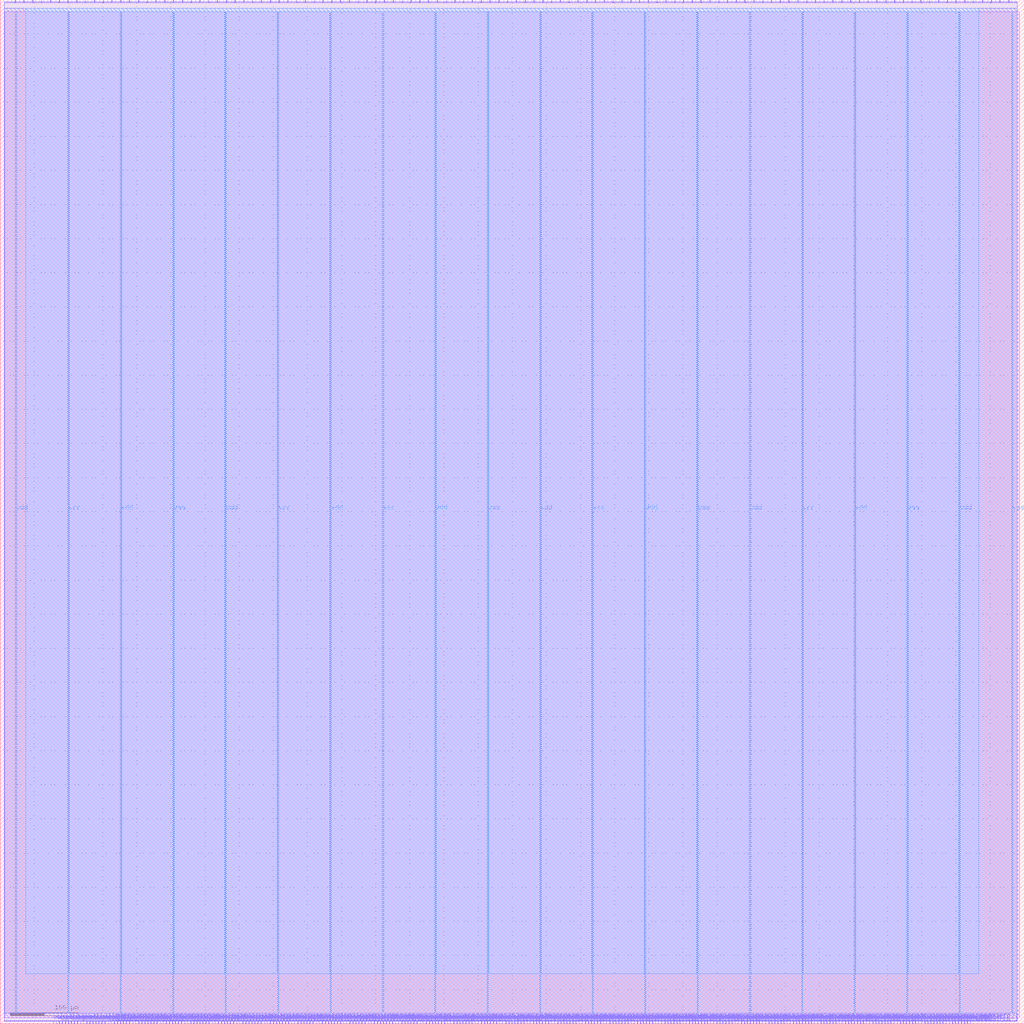
<source format=lef>
VERSION 5.7 ;
  NOWIREEXTENSIONATPIN ON ;
  DIVIDERCHAR "/" ;
  BUSBITCHARS "[]" ;
MACRO vb_wrapper
  CLASS BLOCK ;
  FOREIGN vb_wrapper ;
  ORIGIN 0.000 0.000 ;
  SIZE 1500.000 BY 1500.000 ;
  PIN io_in[0]
    DIRECTION INPUT ;
    USE SIGNAL ;
    PORT
      LAYER Metal2 ;
        RECT 21.840 1496.000 22.400 1500.000 ;
    END
  END io_in[0]
  PIN io_in[10]
    DIRECTION INPUT ;
    USE SIGNAL ;
    PORT
      LAYER Metal2 ;
        RECT 408.240 1496.000 408.800 1500.000 ;
    END
  END io_in[10]
  PIN io_in[11]
    DIRECTION INPUT ;
    USE SIGNAL ;
    PORT
      LAYER Metal2 ;
        RECT 446.880 1496.000 447.440 1500.000 ;
    END
  END io_in[11]
  PIN io_in[12]
    DIRECTION INPUT ;
    USE SIGNAL ;
    PORT
      LAYER Metal2 ;
        RECT 485.520 1496.000 486.080 1500.000 ;
    END
  END io_in[12]
  PIN io_in[13]
    DIRECTION INPUT ;
    USE SIGNAL ;
    PORT
      LAYER Metal2 ;
        RECT 524.160 1496.000 524.720 1500.000 ;
    END
  END io_in[13]
  PIN io_in[14]
    DIRECTION INPUT ;
    USE SIGNAL ;
    PORT
      LAYER Metal2 ;
        RECT 562.800 1496.000 563.360 1500.000 ;
    END
  END io_in[14]
  PIN io_in[15]
    DIRECTION INPUT ;
    USE SIGNAL ;
    PORT
      LAYER Metal2 ;
        RECT 601.440 1496.000 602.000 1500.000 ;
    END
  END io_in[15]
  PIN io_in[16]
    DIRECTION INPUT ;
    USE SIGNAL ;
    PORT
      LAYER Metal2 ;
        RECT 640.080 1496.000 640.640 1500.000 ;
    END
  END io_in[16]
  PIN io_in[17]
    DIRECTION INPUT ;
    USE SIGNAL ;
    PORT
      LAYER Metal2 ;
        RECT 678.720 1496.000 679.280 1500.000 ;
    END
  END io_in[17]
  PIN io_in[18]
    DIRECTION INPUT ;
    USE SIGNAL ;
    PORT
      LAYER Metal2 ;
        RECT 717.360 1496.000 717.920 1500.000 ;
    END
  END io_in[18]
  PIN io_in[19]
    DIRECTION INPUT ;
    USE SIGNAL ;
    PORT
      LAYER Metal2 ;
        RECT 756.000 1496.000 756.560 1500.000 ;
    END
  END io_in[19]
  PIN io_in[1]
    DIRECTION INPUT ;
    USE SIGNAL ;
    PORT
      LAYER Metal2 ;
        RECT 60.480 1496.000 61.040 1500.000 ;
    END
  END io_in[1]
  PIN io_in[20]
    DIRECTION INPUT ;
    USE SIGNAL ;
    PORT
      LAYER Metal2 ;
        RECT 794.640 1496.000 795.200 1500.000 ;
    END
  END io_in[20]
  PIN io_in[21]
    DIRECTION INPUT ;
    USE SIGNAL ;
    PORT
      LAYER Metal2 ;
        RECT 833.280 1496.000 833.840 1500.000 ;
    END
  END io_in[21]
  PIN io_in[22]
    DIRECTION INPUT ;
    USE SIGNAL ;
    PORT
      LAYER Metal2 ;
        RECT 871.920 1496.000 872.480 1500.000 ;
    END
  END io_in[22]
  PIN io_in[23]
    DIRECTION INPUT ;
    USE SIGNAL ;
    PORT
      LAYER Metal2 ;
        RECT 910.560 1496.000 911.120 1500.000 ;
    END
  END io_in[23]
  PIN io_in[24]
    DIRECTION INPUT ;
    USE SIGNAL ;
    PORT
      LAYER Metal2 ;
        RECT 949.200 1496.000 949.760 1500.000 ;
    END
  END io_in[24]
  PIN io_in[25]
    DIRECTION INPUT ;
    USE SIGNAL ;
    PORT
      LAYER Metal2 ;
        RECT 987.840 1496.000 988.400 1500.000 ;
    END
  END io_in[25]
  PIN io_in[26]
    DIRECTION INPUT ;
    USE SIGNAL ;
    PORT
      LAYER Metal2 ;
        RECT 1026.480 1496.000 1027.040 1500.000 ;
    END
  END io_in[26]
  PIN io_in[27]
    DIRECTION INPUT ;
    USE SIGNAL ;
    PORT
      LAYER Metal2 ;
        RECT 1065.120 1496.000 1065.680 1500.000 ;
    END
  END io_in[27]
  PIN io_in[28]
    DIRECTION INPUT ;
    USE SIGNAL ;
    PORT
      LAYER Metal2 ;
        RECT 1103.760 1496.000 1104.320 1500.000 ;
    END
  END io_in[28]
  PIN io_in[29]
    DIRECTION INPUT ;
    USE SIGNAL ;
    PORT
      LAYER Metal2 ;
        RECT 1142.400 1496.000 1142.960 1500.000 ;
    END
  END io_in[29]
  PIN io_in[2]
    DIRECTION INPUT ;
    USE SIGNAL ;
    PORT
      LAYER Metal2 ;
        RECT 99.120 1496.000 99.680 1500.000 ;
    END
  END io_in[2]
  PIN io_in[30]
    DIRECTION INPUT ;
    USE SIGNAL ;
    PORT
      LAYER Metal2 ;
        RECT 1181.040 1496.000 1181.600 1500.000 ;
    END
  END io_in[30]
  PIN io_in[31]
    DIRECTION INPUT ;
    USE SIGNAL ;
    PORT
      LAYER Metal2 ;
        RECT 1219.680 1496.000 1220.240 1500.000 ;
    END
  END io_in[31]
  PIN io_in[32]
    DIRECTION INPUT ;
    USE SIGNAL ;
    PORT
      LAYER Metal2 ;
        RECT 1258.320 1496.000 1258.880 1500.000 ;
    END
  END io_in[32]
  PIN io_in[33]
    DIRECTION INPUT ;
    USE SIGNAL ;
    PORT
      LAYER Metal2 ;
        RECT 1296.960 1496.000 1297.520 1500.000 ;
    END
  END io_in[33]
  PIN io_in[34]
    DIRECTION INPUT ;
    USE SIGNAL ;
    PORT
      LAYER Metal2 ;
        RECT 1335.600 1496.000 1336.160 1500.000 ;
    END
  END io_in[34]
  PIN io_in[35]
    DIRECTION INPUT ;
    USE SIGNAL ;
    PORT
      LAYER Metal2 ;
        RECT 1374.240 1496.000 1374.800 1500.000 ;
    END
  END io_in[35]
  PIN io_in[36]
    DIRECTION INPUT ;
    USE SIGNAL ;
    PORT
      LAYER Metal2 ;
        RECT 1412.880 1496.000 1413.440 1500.000 ;
    END
  END io_in[36]
  PIN io_in[37]
    DIRECTION INPUT ;
    USE SIGNAL ;
    PORT
      LAYER Metal2 ;
        RECT 1451.520 1496.000 1452.080 1500.000 ;
    END
  END io_in[37]
  PIN io_in[3]
    DIRECTION INPUT ;
    USE SIGNAL ;
    PORT
      LAYER Metal2 ;
        RECT 137.760 1496.000 138.320 1500.000 ;
    END
  END io_in[3]
  PIN io_in[4]
    DIRECTION INPUT ;
    USE SIGNAL ;
    PORT
      LAYER Metal2 ;
        RECT 176.400 1496.000 176.960 1500.000 ;
    END
  END io_in[4]
  PIN io_in[5]
    DIRECTION INPUT ;
    USE SIGNAL ;
    PORT
      LAYER Metal2 ;
        RECT 215.040 1496.000 215.600 1500.000 ;
    END
  END io_in[5]
  PIN io_in[6]
    DIRECTION INPUT ;
    USE SIGNAL ;
    PORT
      LAYER Metal2 ;
        RECT 253.680 1496.000 254.240 1500.000 ;
    END
  END io_in[6]
  PIN io_in[7]
    DIRECTION INPUT ;
    USE SIGNAL ;
    PORT
      LAYER Metal2 ;
        RECT 292.320 1496.000 292.880 1500.000 ;
    END
  END io_in[7]
  PIN io_in[8]
    DIRECTION INPUT ;
    USE SIGNAL ;
    PORT
      LAYER Metal2 ;
        RECT 330.960 1496.000 331.520 1500.000 ;
    END
  END io_in[8]
  PIN io_in[9]
    DIRECTION INPUT ;
    USE SIGNAL ;
    PORT
      LAYER Metal2 ;
        RECT 369.600 1496.000 370.160 1500.000 ;
    END
  END io_in[9]
  PIN io_oeb[0]
    DIRECTION OUTPUT TRISTATE ;
    USE SIGNAL ;
    PORT
      LAYER Metal2 ;
        RECT 34.720 1496.000 35.280 1500.000 ;
    END
  END io_oeb[0]
  PIN io_oeb[10]
    DIRECTION OUTPUT TRISTATE ;
    USE SIGNAL ;
    PORT
      LAYER Metal2 ;
        RECT 421.120 1496.000 421.680 1500.000 ;
    END
  END io_oeb[10]
  PIN io_oeb[11]
    DIRECTION OUTPUT TRISTATE ;
    USE SIGNAL ;
    PORT
      LAYER Metal2 ;
        RECT 459.760 1496.000 460.320 1500.000 ;
    END
  END io_oeb[11]
  PIN io_oeb[12]
    DIRECTION OUTPUT TRISTATE ;
    USE SIGNAL ;
    PORT
      LAYER Metal2 ;
        RECT 498.400 1496.000 498.960 1500.000 ;
    END
  END io_oeb[12]
  PIN io_oeb[13]
    DIRECTION OUTPUT TRISTATE ;
    USE SIGNAL ;
    PORT
      LAYER Metal2 ;
        RECT 537.040 1496.000 537.600 1500.000 ;
    END
  END io_oeb[13]
  PIN io_oeb[14]
    DIRECTION OUTPUT TRISTATE ;
    USE SIGNAL ;
    PORT
      LAYER Metal2 ;
        RECT 575.680 1496.000 576.240 1500.000 ;
    END
  END io_oeb[14]
  PIN io_oeb[15]
    DIRECTION OUTPUT TRISTATE ;
    USE SIGNAL ;
    PORT
      LAYER Metal2 ;
        RECT 614.320 1496.000 614.880 1500.000 ;
    END
  END io_oeb[15]
  PIN io_oeb[16]
    DIRECTION OUTPUT TRISTATE ;
    USE SIGNAL ;
    PORT
      LAYER Metal2 ;
        RECT 652.960 1496.000 653.520 1500.000 ;
    END
  END io_oeb[16]
  PIN io_oeb[17]
    DIRECTION OUTPUT TRISTATE ;
    USE SIGNAL ;
    PORT
      LAYER Metal2 ;
        RECT 691.600 1496.000 692.160 1500.000 ;
    END
  END io_oeb[17]
  PIN io_oeb[18]
    DIRECTION OUTPUT TRISTATE ;
    USE SIGNAL ;
    PORT
      LAYER Metal2 ;
        RECT 730.240 1496.000 730.800 1500.000 ;
    END
  END io_oeb[18]
  PIN io_oeb[19]
    DIRECTION OUTPUT TRISTATE ;
    USE SIGNAL ;
    PORT
      LAYER Metal2 ;
        RECT 768.880 1496.000 769.440 1500.000 ;
    END
  END io_oeb[19]
  PIN io_oeb[1]
    DIRECTION OUTPUT TRISTATE ;
    USE SIGNAL ;
    PORT
      LAYER Metal2 ;
        RECT 73.360 1496.000 73.920 1500.000 ;
    END
  END io_oeb[1]
  PIN io_oeb[20]
    DIRECTION OUTPUT TRISTATE ;
    USE SIGNAL ;
    PORT
      LAYER Metal2 ;
        RECT 807.520 1496.000 808.080 1500.000 ;
    END
  END io_oeb[20]
  PIN io_oeb[21]
    DIRECTION OUTPUT TRISTATE ;
    USE SIGNAL ;
    PORT
      LAYER Metal2 ;
        RECT 846.160 1496.000 846.720 1500.000 ;
    END
  END io_oeb[21]
  PIN io_oeb[22]
    DIRECTION OUTPUT TRISTATE ;
    USE SIGNAL ;
    PORT
      LAYER Metal2 ;
        RECT 884.800 1496.000 885.360 1500.000 ;
    END
  END io_oeb[22]
  PIN io_oeb[23]
    DIRECTION OUTPUT TRISTATE ;
    USE SIGNAL ;
    PORT
      LAYER Metal2 ;
        RECT 923.440 1496.000 924.000 1500.000 ;
    END
  END io_oeb[23]
  PIN io_oeb[24]
    DIRECTION OUTPUT TRISTATE ;
    USE SIGNAL ;
    PORT
      LAYER Metal2 ;
        RECT 962.080 1496.000 962.640 1500.000 ;
    END
  END io_oeb[24]
  PIN io_oeb[25]
    DIRECTION OUTPUT TRISTATE ;
    USE SIGNAL ;
    PORT
      LAYER Metal2 ;
        RECT 1000.720 1496.000 1001.280 1500.000 ;
    END
  END io_oeb[25]
  PIN io_oeb[26]
    DIRECTION OUTPUT TRISTATE ;
    USE SIGNAL ;
    PORT
      LAYER Metal2 ;
        RECT 1039.360 1496.000 1039.920 1500.000 ;
    END
  END io_oeb[26]
  PIN io_oeb[27]
    DIRECTION OUTPUT TRISTATE ;
    USE SIGNAL ;
    PORT
      LAYER Metal2 ;
        RECT 1078.000 1496.000 1078.560 1500.000 ;
    END
  END io_oeb[27]
  PIN io_oeb[28]
    DIRECTION OUTPUT TRISTATE ;
    USE SIGNAL ;
    PORT
      LAYER Metal2 ;
        RECT 1116.640 1496.000 1117.200 1500.000 ;
    END
  END io_oeb[28]
  PIN io_oeb[29]
    DIRECTION OUTPUT TRISTATE ;
    USE SIGNAL ;
    PORT
      LAYER Metal2 ;
        RECT 1155.280 1496.000 1155.840 1500.000 ;
    END
  END io_oeb[29]
  PIN io_oeb[2]
    DIRECTION OUTPUT TRISTATE ;
    USE SIGNAL ;
    PORT
      LAYER Metal2 ;
        RECT 112.000 1496.000 112.560 1500.000 ;
    END
  END io_oeb[2]
  PIN io_oeb[30]
    DIRECTION OUTPUT TRISTATE ;
    USE SIGNAL ;
    PORT
      LAYER Metal2 ;
        RECT 1193.920 1496.000 1194.480 1500.000 ;
    END
  END io_oeb[30]
  PIN io_oeb[31]
    DIRECTION OUTPUT TRISTATE ;
    USE SIGNAL ;
    PORT
      LAYER Metal2 ;
        RECT 1232.560 1496.000 1233.120 1500.000 ;
    END
  END io_oeb[31]
  PIN io_oeb[32]
    DIRECTION OUTPUT TRISTATE ;
    USE SIGNAL ;
    PORT
      LAYER Metal2 ;
        RECT 1271.200 1496.000 1271.760 1500.000 ;
    END
  END io_oeb[32]
  PIN io_oeb[33]
    DIRECTION OUTPUT TRISTATE ;
    USE SIGNAL ;
    PORT
      LAYER Metal2 ;
        RECT 1309.840 1496.000 1310.400 1500.000 ;
    END
  END io_oeb[33]
  PIN io_oeb[34]
    DIRECTION OUTPUT TRISTATE ;
    USE SIGNAL ;
    PORT
      LAYER Metal2 ;
        RECT 1348.480 1496.000 1349.040 1500.000 ;
    END
  END io_oeb[34]
  PIN io_oeb[35]
    DIRECTION OUTPUT TRISTATE ;
    USE SIGNAL ;
    PORT
      LAYER Metal2 ;
        RECT 1387.120 1496.000 1387.680 1500.000 ;
    END
  END io_oeb[35]
  PIN io_oeb[36]
    DIRECTION OUTPUT TRISTATE ;
    USE SIGNAL ;
    PORT
      LAYER Metal2 ;
        RECT 1425.760 1496.000 1426.320 1500.000 ;
    END
  END io_oeb[36]
  PIN io_oeb[37]
    DIRECTION OUTPUT TRISTATE ;
    USE SIGNAL ;
    PORT
      LAYER Metal2 ;
        RECT 1464.400 1496.000 1464.960 1500.000 ;
    END
  END io_oeb[37]
  PIN io_oeb[3]
    DIRECTION OUTPUT TRISTATE ;
    USE SIGNAL ;
    PORT
      LAYER Metal2 ;
        RECT 150.640 1496.000 151.200 1500.000 ;
    END
  END io_oeb[3]
  PIN io_oeb[4]
    DIRECTION OUTPUT TRISTATE ;
    USE SIGNAL ;
    PORT
      LAYER Metal2 ;
        RECT 189.280 1496.000 189.840 1500.000 ;
    END
  END io_oeb[4]
  PIN io_oeb[5]
    DIRECTION OUTPUT TRISTATE ;
    USE SIGNAL ;
    PORT
      LAYER Metal2 ;
        RECT 227.920 1496.000 228.480 1500.000 ;
    END
  END io_oeb[5]
  PIN io_oeb[6]
    DIRECTION OUTPUT TRISTATE ;
    USE SIGNAL ;
    PORT
      LAYER Metal2 ;
        RECT 266.560 1496.000 267.120 1500.000 ;
    END
  END io_oeb[6]
  PIN io_oeb[7]
    DIRECTION OUTPUT TRISTATE ;
    USE SIGNAL ;
    PORT
      LAYER Metal2 ;
        RECT 305.200 1496.000 305.760 1500.000 ;
    END
  END io_oeb[7]
  PIN io_oeb[8]
    DIRECTION OUTPUT TRISTATE ;
    USE SIGNAL ;
    PORT
      LAYER Metal2 ;
        RECT 343.840 1496.000 344.400 1500.000 ;
    END
  END io_oeb[8]
  PIN io_oeb[9]
    DIRECTION OUTPUT TRISTATE ;
    USE SIGNAL ;
    PORT
      LAYER Metal2 ;
        RECT 382.480 1496.000 383.040 1500.000 ;
    END
  END io_oeb[9]
  PIN io_out[0]
    DIRECTION OUTPUT TRISTATE ;
    USE SIGNAL ;
    PORT
      LAYER Metal2 ;
        RECT 47.600 1496.000 48.160 1500.000 ;
    END
  END io_out[0]
  PIN io_out[10]
    DIRECTION OUTPUT TRISTATE ;
    USE SIGNAL ;
    PORT
      LAYER Metal2 ;
        RECT 434.000 1496.000 434.560 1500.000 ;
    END
  END io_out[10]
  PIN io_out[11]
    DIRECTION OUTPUT TRISTATE ;
    USE SIGNAL ;
    PORT
      LAYER Metal2 ;
        RECT 472.640 1496.000 473.200 1500.000 ;
    END
  END io_out[11]
  PIN io_out[12]
    DIRECTION OUTPUT TRISTATE ;
    USE SIGNAL ;
    PORT
      LAYER Metal2 ;
        RECT 511.280 1496.000 511.840 1500.000 ;
    END
  END io_out[12]
  PIN io_out[13]
    DIRECTION OUTPUT TRISTATE ;
    USE SIGNAL ;
    PORT
      LAYER Metal2 ;
        RECT 549.920 1496.000 550.480 1500.000 ;
    END
  END io_out[13]
  PIN io_out[14]
    DIRECTION OUTPUT TRISTATE ;
    USE SIGNAL ;
    PORT
      LAYER Metal2 ;
        RECT 588.560 1496.000 589.120 1500.000 ;
    END
  END io_out[14]
  PIN io_out[15]
    DIRECTION OUTPUT TRISTATE ;
    USE SIGNAL ;
    PORT
      LAYER Metal2 ;
        RECT 627.200 1496.000 627.760 1500.000 ;
    END
  END io_out[15]
  PIN io_out[16]
    DIRECTION OUTPUT TRISTATE ;
    USE SIGNAL ;
    PORT
      LAYER Metal2 ;
        RECT 665.840 1496.000 666.400 1500.000 ;
    END
  END io_out[16]
  PIN io_out[17]
    DIRECTION OUTPUT TRISTATE ;
    USE SIGNAL ;
    PORT
      LAYER Metal2 ;
        RECT 704.480 1496.000 705.040 1500.000 ;
    END
  END io_out[17]
  PIN io_out[18]
    DIRECTION OUTPUT TRISTATE ;
    USE SIGNAL ;
    PORT
      LAYER Metal2 ;
        RECT 743.120 1496.000 743.680 1500.000 ;
    END
  END io_out[18]
  PIN io_out[19]
    DIRECTION OUTPUT TRISTATE ;
    USE SIGNAL ;
    PORT
      LAYER Metal2 ;
        RECT 781.760 1496.000 782.320 1500.000 ;
    END
  END io_out[19]
  PIN io_out[1]
    DIRECTION OUTPUT TRISTATE ;
    USE SIGNAL ;
    PORT
      LAYER Metal2 ;
        RECT 86.240 1496.000 86.800 1500.000 ;
    END
  END io_out[1]
  PIN io_out[20]
    DIRECTION OUTPUT TRISTATE ;
    USE SIGNAL ;
    PORT
      LAYER Metal2 ;
        RECT 820.400 1496.000 820.960 1500.000 ;
    END
  END io_out[20]
  PIN io_out[21]
    DIRECTION OUTPUT TRISTATE ;
    USE SIGNAL ;
    PORT
      LAYER Metal2 ;
        RECT 859.040 1496.000 859.600 1500.000 ;
    END
  END io_out[21]
  PIN io_out[22]
    DIRECTION OUTPUT TRISTATE ;
    USE SIGNAL ;
    PORT
      LAYER Metal2 ;
        RECT 897.680 1496.000 898.240 1500.000 ;
    END
  END io_out[22]
  PIN io_out[23]
    DIRECTION OUTPUT TRISTATE ;
    USE SIGNAL ;
    PORT
      LAYER Metal2 ;
        RECT 936.320 1496.000 936.880 1500.000 ;
    END
  END io_out[23]
  PIN io_out[24]
    DIRECTION OUTPUT TRISTATE ;
    USE SIGNAL ;
    PORT
      LAYER Metal2 ;
        RECT 974.960 1496.000 975.520 1500.000 ;
    END
  END io_out[24]
  PIN io_out[25]
    DIRECTION OUTPUT TRISTATE ;
    USE SIGNAL ;
    PORT
      LAYER Metal2 ;
        RECT 1013.600 1496.000 1014.160 1500.000 ;
    END
  END io_out[25]
  PIN io_out[26]
    DIRECTION OUTPUT TRISTATE ;
    USE SIGNAL ;
    PORT
      LAYER Metal2 ;
        RECT 1052.240 1496.000 1052.800 1500.000 ;
    END
  END io_out[26]
  PIN io_out[27]
    DIRECTION OUTPUT TRISTATE ;
    USE SIGNAL ;
    PORT
      LAYER Metal2 ;
        RECT 1090.880 1496.000 1091.440 1500.000 ;
    END
  END io_out[27]
  PIN io_out[28]
    DIRECTION OUTPUT TRISTATE ;
    USE SIGNAL ;
    PORT
      LAYER Metal2 ;
        RECT 1129.520 1496.000 1130.080 1500.000 ;
    END
  END io_out[28]
  PIN io_out[29]
    DIRECTION OUTPUT TRISTATE ;
    USE SIGNAL ;
    PORT
      LAYER Metal2 ;
        RECT 1168.160 1496.000 1168.720 1500.000 ;
    END
  END io_out[29]
  PIN io_out[2]
    DIRECTION OUTPUT TRISTATE ;
    USE SIGNAL ;
    PORT
      LAYER Metal2 ;
        RECT 124.880 1496.000 125.440 1500.000 ;
    END
  END io_out[2]
  PIN io_out[30]
    DIRECTION OUTPUT TRISTATE ;
    USE SIGNAL ;
    PORT
      LAYER Metal2 ;
        RECT 1206.800 1496.000 1207.360 1500.000 ;
    END
  END io_out[30]
  PIN io_out[31]
    DIRECTION OUTPUT TRISTATE ;
    USE SIGNAL ;
    PORT
      LAYER Metal2 ;
        RECT 1245.440 1496.000 1246.000 1500.000 ;
    END
  END io_out[31]
  PIN io_out[32]
    DIRECTION OUTPUT TRISTATE ;
    USE SIGNAL ;
    PORT
      LAYER Metal2 ;
        RECT 1284.080 1496.000 1284.640 1500.000 ;
    END
  END io_out[32]
  PIN io_out[33]
    DIRECTION OUTPUT TRISTATE ;
    USE SIGNAL ;
    PORT
      LAYER Metal2 ;
        RECT 1322.720 1496.000 1323.280 1500.000 ;
    END
  END io_out[33]
  PIN io_out[34]
    DIRECTION OUTPUT TRISTATE ;
    USE SIGNAL ;
    PORT
      LAYER Metal2 ;
        RECT 1361.360 1496.000 1361.920 1500.000 ;
    END
  END io_out[34]
  PIN io_out[35]
    DIRECTION OUTPUT TRISTATE ;
    USE SIGNAL ;
    PORT
      LAYER Metal2 ;
        RECT 1400.000 1496.000 1400.560 1500.000 ;
    END
  END io_out[35]
  PIN io_out[36]
    DIRECTION OUTPUT TRISTATE ;
    USE SIGNAL ;
    PORT
      LAYER Metal2 ;
        RECT 1438.640 1496.000 1439.200 1500.000 ;
    END
  END io_out[36]
  PIN io_out[37]
    DIRECTION OUTPUT TRISTATE ;
    USE SIGNAL ;
    PORT
      LAYER Metal2 ;
        RECT 1477.280 1496.000 1477.840 1500.000 ;
    END
  END io_out[37]
  PIN io_out[3]
    DIRECTION OUTPUT TRISTATE ;
    USE SIGNAL ;
    PORT
      LAYER Metal2 ;
        RECT 163.520 1496.000 164.080 1500.000 ;
    END
  END io_out[3]
  PIN io_out[4]
    DIRECTION OUTPUT TRISTATE ;
    USE SIGNAL ;
    PORT
      LAYER Metal2 ;
        RECT 202.160 1496.000 202.720 1500.000 ;
    END
  END io_out[4]
  PIN io_out[5]
    DIRECTION OUTPUT TRISTATE ;
    USE SIGNAL ;
    PORT
      LAYER Metal2 ;
        RECT 240.800 1496.000 241.360 1500.000 ;
    END
  END io_out[5]
  PIN io_out[6]
    DIRECTION OUTPUT TRISTATE ;
    USE SIGNAL ;
    PORT
      LAYER Metal2 ;
        RECT 279.440 1496.000 280.000 1500.000 ;
    END
  END io_out[6]
  PIN io_out[7]
    DIRECTION OUTPUT TRISTATE ;
    USE SIGNAL ;
    PORT
      LAYER Metal2 ;
        RECT 318.080 1496.000 318.640 1500.000 ;
    END
  END io_out[7]
  PIN io_out[8]
    DIRECTION OUTPUT TRISTATE ;
    USE SIGNAL ;
    PORT
      LAYER Metal2 ;
        RECT 356.720 1496.000 357.280 1500.000 ;
    END
  END io_out[8]
  PIN io_out[9]
    DIRECTION OUTPUT TRISTATE ;
    USE SIGNAL ;
    PORT
      LAYER Metal2 ;
        RECT 395.360 1496.000 395.920 1500.000 ;
    END
  END io_out[9]
  PIN irq[0]
    DIRECTION OUTPUT TRISTATE ;
    USE SIGNAL ;
    PORT
      LAYER Metal2 ;
        RECT 1412.320 0.000 1412.880 4.000 ;
    END
  END irq[0]
  PIN irq[1]
    DIRECTION OUTPUT TRISTATE ;
    USE SIGNAL ;
    PORT
      LAYER Metal2 ;
        RECT 1416.800 0.000 1417.360 4.000 ;
    END
  END irq[1]
  PIN irq[2]
    DIRECTION OUTPUT TRISTATE ;
    USE SIGNAL ;
    PORT
      LAYER Metal2 ;
        RECT 1421.280 0.000 1421.840 4.000 ;
    END
  END irq[2]
  PIN la_data_in[0]
    DIRECTION INPUT ;
    USE SIGNAL ;
    PORT
      LAYER Metal2 ;
        RECT 552.160 0.000 552.720 4.000 ;
    END
  END la_data_in[0]
  PIN la_data_in[10]
    DIRECTION INPUT ;
    USE SIGNAL ;
    PORT
      LAYER Metal2 ;
        RECT 686.560 0.000 687.120 4.000 ;
    END
  END la_data_in[10]
  PIN la_data_in[11]
    DIRECTION INPUT ;
    USE SIGNAL ;
    PORT
      LAYER Metal2 ;
        RECT 700.000 0.000 700.560 4.000 ;
    END
  END la_data_in[11]
  PIN la_data_in[12]
    DIRECTION INPUT ;
    USE SIGNAL ;
    PORT
      LAYER Metal2 ;
        RECT 713.440 0.000 714.000 4.000 ;
    END
  END la_data_in[12]
  PIN la_data_in[13]
    DIRECTION INPUT ;
    USE SIGNAL ;
    PORT
      LAYER Metal2 ;
        RECT 726.880 0.000 727.440 4.000 ;
    END
  END la_data_in[13]
  PIN la_data_in[14]
    DIRECTION INPUT ;
    USE SIGNAL ;
    PORT
      LAYER Metal2 ;
        RECT 740.320 0.000 740.880 4.000 ;
    END
  END la_data_in[14]
  PIN la_data_in[15]
    DIRECTION INPUT ;
    USE SIGNAL ;
    PORT
      LAYER Metal2 ;
        RECT 753.760 0.000 754.320 4.000 ;
    END
  END la_data_in[15]
  PIN la_data_in[16]
    DIRECTION INPUT ;
    USE SIGNAL ;
    PORT
      LAYER Metal2 ;
        RECT 767.200 0.000 767.760 4.000 ;
    END
  END la_data_in[16]
  PIN la_data_in[17]
    DIRECTION INPUT ;
    USE SIGNAL ;
    PORT
      LAYER Metal2 ;
        RECT 780.640 0.000 781.200 4.000 ;
    END
  END la_data_in[17]
  PIN la_data_in[18]
    DIRECTION INPUT ;
    USE SIGNAL ;
    PORT
      LAYER Metal2 ;
        RECT 794.080 0.000 794.640 4.000 ;
    END
  END la_data_in[18]
  PIN la_data_in[19]
    DIRECTION INPUT ;
    USE SIGNAL ;
    PORT
      LAYER Metal2 ;
        RECT 807.520 0.000 808.080 4.000 ;
    END
  END la_data_in[19]
  PIN la_data_in[1]
    DIRECTION INPUT ;
    USE SIGNAL ;
    PORT
      LAYER Metal2 ;
        RECT 565.600 0.000 566.160 4.000 ;
    END
  END la_data_in[1]
  PIN la_data_in[20]
    DIRECTION INPUT ;
    USE SIGNAL ;
    PORT
      LAYER Metal2 ;
        RECT 820.960 0.000 821.520 4.000 ;
    END
  END la_data_in[20]
  PIN la_data_in[21]
    DIRECTION INPUT ;
    USE SIGNAL ;
    PORT
      LAYER Metal2 ;
        RECT 834.400 0.000 834.960 4.000 ;
    END
  END la_data_in[21]
  PIN la_data_in[22]
    DIRECTION INPUT ;
    USE SIGNAL ;
    PORT
      LAYER Metal2 ;
        RECT 847.840 0.000 848.400 4.000 ;
    END
  END la_data_in[22]
  PIN la_data_in[23]
    DIRECTION INPUT ;
    USE SIGNAL ;
    PORT
      LAYER Metal2 ;
        RECT 861.280 0.000 861.840 4.000 ;
    END
  END la_data_in[23]
  PIN la_data_in[24]
    DIRECTION INPUT ;
    USE SIGNAL ;
    PORT
      LAYER Metal2 ;
        RECT 874.720 0.000 875.280 4.000 ;
    END
  END la_data_in[24]
  PIN la_data_in[25]
    DIRECTION INPUT ;
    USE SIGNAL ;
    PORT
      LAYER Metal2 ;
        RECT 888.160 0.000 888.720 4.000 ;
    END
  END la_data_in[25]
  PIN la_data_in[26]
    DIRECTION INPUT ;
    USE SIGNAL ;
    PORT
      LAYER Metal2 ;
        RECT 901.600 0.000 902.160 4.000 ;
    END
  END la_data_in[26]
  PIN la_data_in[27]
    DIRECTION INPUT ;
    USE SIGNAL ;
    PORT
      LAYER Metal2 ;
        RECT 915.040 0.000 915.600 4.000 ;
    END
  END la_data_in[27]
  PIN la_data_in[28]
    DIRECTION INPUT ;
    USE SIGNAL ;
    PORT
      LAYER Metal2 ;
        RECT 928.480 0.000 929.040 4.000 ;
    END
  END la_data_in[28]
  PIN la_data_in[29]
    DIRECTION INPUT ;
    USE SIGNAL ;
    PORT
      LAYER Metal2 ;
        RECT 941.920 0.000 942.480 4.000 ;
    END
  END la_data_in[29]
  PIN la_data_in[2]
    DIRECTION INPUT ;
    USE SIGNAL ;
    PORT
      LAYER Metal2 ;
        RECT 579.040 0.000 579.600 4.000 ;
    END
  END la_data_in[2]
  PIN la_data_in[30]
    DIRECTION INPUT ;
    USE SIGNAL ;
    PORT
      LAYER Metal2 ;
        RECT 955.360 0.000 955.920 4.000 ;
    END
  END la_data_in[30]
  PIN la_data_in[31]
    DIRECTION INPUT ;
    USE SIGNAL ;
    PORT
      LAYER Metal2 ;
        RECT 968.800 0.000 969.360 4.000 ;
    END
  END la_data_in[31]
  PIN la_data_in[32]
    DIRECTION INPUT ;
    USE SIGNAL ;
    PORT
      LAYER Metal2 ;
        RECT 982.240 0.000 982.800 4.000 ;
    END
  END la_data_in[32]
  PIN la_data_in[33]
    DIRECTION INPUT ;
    USE SIGNAL ;
    PORT
      LAYER Metal2 ;
        RECT 995.680 0.000 996.240 4.000 ;
    END
  END la_data_in[33]
  PIN la_data_in[34]
    DIRECTION INPUT ;
    USE SIGNAL ;
    PORT
      LAYER Metal2 ;
        RECT 1009.120 0.000 1009.680 4.000 ;
    END
  END la_data_in[34]
  PIN la_data_in[35]
    DIRECTION INPUT ;
    USE SIGNAL ;
    PORT
      LAYER Metal2 ;
        RECT 1022.560 0.000 1023.120 4.000 ;
    END
  END la_data_in[35]
  PIN la_data_in[36]
    DIRECTION INPUT ;
    USE SIGNAL ;
    PORT
      LAYER Metal2 ;
        RECT 1036.000 0.000 1036.560 4.000 ;
    END
  END la_data_in[36]
  PIN la_data_in[37]
    DIRECTION INPUT ;
    USE SIGNAL ;
    PORT
      LAYER Metal2 ;
        RECT 1049.440 0.000 1050.000 4.000 ;
    END
  END la_data_in[37]
  PIN la_data_in[38]
    DIRECTION INPUT ;
    USE SIGNAL ;
    PORT
      LAYER Metal2 ;
        RECT 1062.880 0.000 1063.440 4.000 ;
    END
  END la_data_in[38]
  PIN la_data_in[39]
    DIRECTION INPUT ;
    USE SIGNAL ;
    PORT
      LAYER Metal2 ;
        RECT 1076.320 0.000 1076.880 4.000 ;
    END
  END la_data_in[39]
  PIN la_data_in[3]
    DIRECTION INPUT ;
    USE SIGNAL ;
    PORT
      LAYER Metal2 ;
        RECT 592.480 0.000 593.040 4.000 ;
    END
  END la_data_in[3]
  PIN la_data_in[40]
    DIRECTION INPUT ;
    USE SIGNAL ;
    PORT
      LAYER Metal2 ;
        RECT 1089.760 0.000 1090.320 4.000 ;
    END
  END la_data_in[40]
  PIN la_data_in[41]
    DIRECTION INPUT ;
    USE SIGNAL ;
    PORT
      LAYER Metal2 ;
        RECT 1103.200 0.000 1103.760 4.000 ;
    END
  END la_data_in[41]
  PIN la_data_in[42]
    DIRECTION INPUT ;
    USE SIGNAL ;
    PORT
      LAYER Metal2 ;
        RECT 1116.640 0.000 1117.200 4.000 ;
    END
  END la_data_in[42]
  PIN la_data_in[43]
    DIRECTION INPUT ;
    USE SIGNAL ;
    PORT
      LAYER Metal2 ;
        RECT 1130.080 0.000 1130.640 4.000 ;
    END
  END la_data_in[43]
  PIN la_data_in[44]
    DIRECTION INPUT ;
    USE SIGNAL ;
    PORT
      LAYER Metal2 ;
        RECT 1143.520 0.000 1144.080 4.000 ;
    END
  END la_data_in[44]
  PIN la_data_in[45]
    DIRECTION INPUT ;
    USE SIGNAL ;
    PORT
      LAYER Metal2 ;
        RECT 1156.960 0.000 1157.520 4.000 ;
    END
  END la_data_in[45]
  PIN la_data_in[46]
    DIRECTION INPUT ;
    USE SIGNAL ;
    PORT
      LAYER Metal2 ;
        RECT 1170.400 0.000 1170.960 4.000 ;
    END
  END la_data_in[46]
  PIN la_data_in[47]
    DIRECTION INPUT ;
    USE SIGNAL ;
    PORT
      LAYER Metal2 ;
        RECT 1183.840 0.000 1184.400 4.000 ;
    END
  END la_data_in[47]
  PIN la_data_in[48]
    DIRECTION INPUT ;
    USE SIGNAL ;
    PORT
      LAYER Metal2 ;
        RECT 1197.280 0.000 1197.840 4.000 ;
    END
  END la_data_in[48]
  PIN la_data_in[49]
    DIRECTION INPUT ;
    USE SIGNAL ;
    PORT
      LAYER Metal2 ;
        RECT 1210.720 0.000 1211.280 4.000 ;
    END
  END la_data_in[49]
  PIN la_data_in[4]
    DIRECTION INPUT ;
    USE SIGNAL ;
    PORT
      LAYER Metal2 ;
        RECT 605.920 0.000 606.480 4.000 ;
    END
  END la_data_in[4]
  PIN la_data_in[50]
    DIRECTION INPUT ;
    USE SIGNAL ;
    PORT
      LAYER Metal2 ;
        RECT 1224.160 0.000 1224.720 4.000 ;
    END
  END la_data_in[50]
  PIN la_data_in[51]
    DIRECTION INPUT ;
    USE SIGNAL ;
    PORT
      LAYER Metal2 ;
        RECT 1237.600 0.000 1238.160 4.000 ;
    END
  END la_data_in[51]
  PIN la_data_in[52]
    DIRECTION INPUT ;
    USE SIGNAL ;
    PORT
      LAYER Metal2 ;
        RECT 1251.040 0.000 1251.600 4.000 ;
    END
  END la_data_in[52]
  PIN la_data_in[53]
    DIRECTION INPUT ;
    USE SIGNAL ;
    PORT
      LAYER Metal2 ;
        RECT 1264.480 0.000 1265.040 4.000 ;
    END
  END la_data_in[53]
  PIN la_data_in[54]
    DIRECTION INPUT ;
    USE SIGNAL ;
    PORT
      LAYER Metal2 ;
        RECT 1277.920 0.000 1278.480 4.000 ;
    END
  END la_data_in[54]
  PIN la_data_in[55]
    DIRECTION INPUT ;
    USE SIGNAL ;
    PORT
      LAYER Metal2 ;
        RECT 1291.360 0.000 1291.920 4.000 ;
    END
  END la_data_in[55]
  PIN la_data_in[56]
    DIRECTION INPUT ;
    USE SIGNAL ;
    PORT
      LAYER Metal2 ;
        RECT 1304.800 0.000 1305.360 4.000 ;
    END
  END la_data_in[56]
  PIN la_data_in[57]
    DIRECTION INPUT ;
    USE SIGNAL ;
    PORT
      LAYER Metal2 ;
        RECT 1318.240 0.000 1318.800 4.000 ;
    END
  END la_data_in[57]
  PIN la_data_in[58]
    DIRECTION INPUT ;
    USE SIGNAL ;
    PORT
      LAYER Metal2 ;
        RECT 1331.680 0.000 1332.240 4.000 ;
    END
  END la_data_in[58]
  PIN la_data_in[59]
    DIRECTION INPUT ;
    USE SIGNAL ;
    PORT
      LAYER Metal2 ;
        RECT 1345.120 0.000 1345.680 4.000 ;
    END
  END la_data_in[59]
  PIN la_data_in[5]
    DIRECTION INPUT ;
    USE SIGNAL ;
    PORT
      LAYER Metal2 ;
        RECT 619.360 0.000 619.920 4.000 ;
    END
  END la_data_in[5]
  PIN la_data_in[60]
    DIRECTION INPUT ;
    USE SIGNAL ;
    PORT
      LAYER Metal2 ;
        RECT 1358.560 0.000 1359.120 4.000 ;
    END
  END la_data_in[60]
  PIN la_data_in[61]
    DIRECTION INPUT ;
    USE SIGNAL ;
    PORT
      LAYER Metal2 ;
        RECT 1372.000 0.000 1372.560 4.000 ;
    END
  END la_data_in[61]
  PIN la_data_in[62]
    DIRECTION INPUT ;
    USE SIGNAL ;
    PORT
      LAYER Metal2 ;
        RECT 1385.440 0.000 1386.000 4.000 ;
    END
  END la_data_in[62]
  PIN la_data_in[63]
    DIRECTION INPUT ;
    USE SIGNAL ;
    PORT
      LAYER Metal2 ;
        RECT 1398.880 0.000 1399.440 4.000 ;
    END
  END la_data_in[63]
  PIN la_data_in[6]
    DIRECTION INPUT ;
    USE SIGNAL ;
    PORT
      LAYER Metal2 ;
        RECT 632.800 0.000 633.360 4.000 ;
    END
  END la_data_in[6]
  PIN la_data_in[7]
    DIRECTION INPUT ;
    USE SIGNAL ;
    PORT
      LAYER Metal2 ;
        RECT 646.240 0.000 646.800 4.000 ;
    END
  END la_data_in[7]
  PIN la_data_in[8]
    DIRECTION INPUT ;
    USE SIGNAL ;
    PORT
      LAYER Metal2 ;
        RECT 659.680 0.000 660.240 4.000 ;
    END
  END la_data_in[8]
  PIN la_data_in[9]
    DIRECTION INPUT ;
    USE SIGNAL ;
    PORT
      LAYER Metal2 ;
        RECT 673.120 0.000 673.680 4.000 ;
    END
  END la_data_in[9]
  PIN la_data_out[0]
    DIRECTION OUTPUT TRISTATE ;
    USE SIGNAL ;
    PORT
      LAYER Metal2 ;
        RECT 556.640 0.000 557.200 4.000 ;
    END
  END la_data_out[0]
  PIN la_data_out[10]
    DIRECTION OUTPUT TRISTATE ;
    USE SIGNAL ;
    PORT
      LAYER Metal2 ;
        RECT 691.040 0.000 691.600 4.000 ;
    END
  END la_data_out[10]
  PIN la_data_out[11]
    DIRECTION OUTPUT TRISTATE ;
    USE SIGNAL ;
    PORT
      LAYER Metal2 ;
        RECT 704.480 0.000 705.040 4.000 ;
    END
  END la_data_out[11]
  PIN la_data_out[12]
    DIRECTION OUTPUT TRISTATE ;
    USE SIGNAL ;
    PORT
      LAYER Metal2 ;
        RECT 717.920 0.000 718.480 4.000 ;
    END
  END la_data_out[12]
  PIN la_data_out[13]
    DIRECTION OUTPUT TRISTATE ;
    USE SIGNAL ;
    PORT
      LAYER Metal2 ;
        RECT 731.360 0.000 731.920 4.000 ;
    END
  END la_data_out[13]
  PIN la_data_out[14]
    DIRECTION OUTPUT TRISTATE ;
    USE SIGNAL ;
    PORT
      LAYER Metal2 ;
        RECT 744.800 0.000 745.360 4.000 ;
    END
  END la_data_out[14]
  PIN la_data_out[15]
    DIRECTION OUTPUT TRISTATE ;
    USE SIGNAL ;
    PORT
      LAYER Metal2 ;
        RECT 758.240 0.000 758.800 4.000 ;
    END
  END la_data_out[15]
  PIN la_data_out[16]
    DIRECTION OUTPUT TRISTATE ;
    USE SIGNAL ;
    PORT
      LAYER Metal2 ;
        RECT 771.680 0.000 772.240 4.000 ;
    END
  END la_data_out[16]
  PIN la_data_out[17]
    DIRECTION OUTPUT TRISTATE ;
    USE SIGNAL ;
    PORT
      LAYER Metal2 ;
        RECT 785.120 0.000 785.680 4.000 ;
    END
  END la_data_out[17]
  PIN la_data_out[18]
    DIRECTION OUTPUT TRISTATE ;
    USE SIGNAL ;
    PORT
      LAYER Metal2 ;
        RECT 798.560 0.000 799.120 4.000 ;
    END
  END la_data_out[18]
  PIN la_data_out[19]
    DIRECTION OUTPUT TRISTATE ;
    USE SIGNAL ;
    PORT
      LAYER Metal2 ;
        RECT 812.000 0.000 812.560 4.000 ;
    END
  END la_data_out[19]
  PIN la_data_out[1]
    DIRECTION OUTPUT TRISTATE ;
    USE SIGNAL ;
    PORT
      LAYER Metal2 ;
        RECT 570.080 0.000 570.640 4.000 ;
    END
  END la_data_out[1]
  PIN la_data_out[20]
    DIRECTION OUTPUT TRISTATE ;
    USE SIGNAL ;
    PORT
      LAYER Metal2 ;
        RECT 825.440 0.000 826.000 4.000 ;
    END
  END la_data_out[20]
  PIN la_data_out[21]
    DIRECTION OUTPUT TRISTATE ;
    USE SIGNAL ;
    PORT
      LAYER Metal2 ;
        RECT 838.880 0.000 839.440 4.000 ;
    END
  END la_data_out[21]
  PIN la_data_out[22]
    DIRECTION OUTPUT TRISTATE ;
    USE SIGNAL ;
    PORT
      LAYER Metal2 ;
        RECT 852.320 0.000 852.880 4.000 ;
    END
  END la_data_out[22]
  PIN la_data_out[23]
    DIRECTION OUTPUT TRISTATE ;
    USE SIGNAL ;
    PORT
      LAYER Metal2 ;
        RECT 865.760 0.000 866.320 4.000 ;
    END
  END la_data_out[23]
  PIN la_data_out[24]
    DIRECTION OUTPUT TRISTATE ;
    USE SIGNAL ;
    PORT
      LAYER Metal2 ;
        RECT 879.200 0.000 879.760 4.000 ;
    END
  END la_data_out[24]
  PIN la_data_out[25]
    DIRECTION OUTPUT TRISTATE ;
    USE SIGNAL ;
    PORT
      LAYER Metal2 ;
        RECT 892.640 0.000 893.200 4.000 ;
    END
  END la_data_out[25]
  PIN la_data_out[26]
    DIRECTION OUTPUT TRISTATE ;
    USE SIGNAL ;
    PORT
      LAYER Metal2 ;
        RECT 906.080 0.000 906.640 4.000 ;
    END
  END la_data_out[26]
  PIN la_data_out[27]
    DIRECTION OUTPUT TRISTATE ;
    USE SIGNAL ;
    PORT
      LAYER Metal2 ;
        RECT 919.520 0.000 920.080 4.000 ;
    END
  END la_data_out[27]
  PIN la_data_out[28]
    DIRECTION OUTPUT TRISTATE ;
    USE SIGNAL ;
    PORT
      LAYER Metal2 ;
        RECT 932.960 0.000 933.520 4.000 ;
    END
  END la_data_out[28]
  PIN la_data_out[29]
    DIRECTION OUTPUT TRISTATE ;
    USE SIGNAL ;
    PORT
      LAYER Metal2 ;
        RECT 946.400 0.000 946.960 4.000 ;
    END
  END la_data_out[29]
  PIN la_data_out[2]
    DIRECTION OUTPUT TRISTATE ;
    USE SIGNAL ;
    PORT
      LAYER Metal2 ;
        RECT 583.520 0.000 584.080 4.000 ;
    END
  END la_data_out[2]
  PIN la_data_out[30]
    DIRECTION OUTPUT TRISTATE ;
    USE SIGNAL ;
    PORT
      LAYER Metal2 ;
        RECT 959.840 0.000 960.400 4.000 ;
    END
  END la_data_out[30]
  PIN la_data_out[31]
    DIRECTION OUTPUT TRISTATE ;
    USE SIGNAL ;
    PORT
      LAYER Metal2 ;
        RECT 973.280 0.000 973.840 4.000 ;
    END
  END la_data_out[31]
  PIN la_data_out[32]
    DIRECTION OUTPUT TRISTATE ;
    USE SIGNAL ;
    PORT
      LAYER Metal2 ;
        RECT 986.720 0.000 987.280 4.000 ;
    END
  END la_data_out[32]
  PIN la_data_out[33]
    DIRECTION OUTPUT TRISTATE ;
    USE SIGNAL ;
    PORT
      LAYER Metal2 ;
        RECT 1000.160 0.000 1000.720 4.000 ;
    END
  END la_data_out[33]
  PIN la_data_out[34]
    DIRECTION OUTPUT TRISTATE ;
    USE SIGNAL ;
    PORT
      LAYER Metal2 ;
        RECT 1013.600 0.000 1014.160 4.000 ;
    END
  END la_data_out[34]
  PIN la_data_out[35]
    DIRECTION OUTPUT TRISTATE ;
    USE SIGNAL ;
    PORT
      LAYER Metal2 ;
        RECT 1027.040 0.000 1027.600 4.000 ;
    END
  END la_data_out[35]
  PIN la_data_out[36]
    DIRECTION OUTPUT TRISTATE ;
    USE SIGNAL ;
    PORT
      LAYER Metal2 ;
        RECT 1040.480 0.000 1041.040 4.000 ;
    END
  END la_data_out[36]
  PIN la_data_out[37]
    DIRECTION OUTPUT TRISTATE ;
    USE SIGNAL ;
    PORT
      LAYER Metal2 ;
        RECT 1053.920 0.000 1054.480 4.000 ;
    END
  END la_data_out[37]
  PIN la_data_out[38]
    DIRECTION OUTPUT TRISTATE ;
    USE SIGNAL ;
    PORT
      LAYER Metal2 ;
        RECT 1067.360 0.000 1067.920 4.000 ;
    END
  END la_data_out[38]
  PIN la_data_out[39]
    DIRECTION OUTPUT TRISTATE ;
    USE SIGNAL ;
    PORT
      LAYER Metal2 ;
        RECT 1080.800 0.000 1081.360 4.000 ;
    END
  END la_data_out[39]
  PIN la_data_out[3]
    DIRECTION OUTPUT TRISTATE ;
    USE SIGNAL ;
    PORT
      LAYER Metal2 ;
        RECT 596.960 0.000 597.520 4.000 ;
    END
  END la_data_out[3]
  PIN la_data_out[40]
    DIRECTION OUTPUT TRISTATE ;
    USE SIGNAL ;
    PORT
      LAYER Metal2 ;
        RECT 1094.240 0.000 1094.800 4.000 ;
    END
  END la_data_out[40]
  PIN la_data_out[41]
    DIRECTION OUTPUT TRISTATE ;
    USE SIGNAL ;
    PORT
      LAYER Metal2 ;
        RECT 1107.680 0.000 1108.240 4.000 ;
    END
  END la_data_out[41]
  PIN la_data_out[42]
    DIRECTION OUTPUT TRISTATE ;
    USE SIGNAL ;
    PORT
      LAYER Metal2 ;
        RECT 1121.120 0.000 1121.680 4.000 ;
    END
  END la_data_out[42]
  PIN la_data_out[43]
    DIRECTION OUTPUT TRISTATE ;
    USE SIGNAL ;
    PORT
      LAYER Metal2 ;
        RECT 1134.560 0.000 1135.120 4.000 ;
    END
  END la_data_out[43]
  PIN la_data_out[44]
    DIRECTION OUTPUT TRISTATE ;
    USE SIGNAL ;
    PORT
      LAYER Metal2 ;
        RECT 1148.000 0.000 1148.560 4.000 ;
    END
  END la_data_out[44]
  PIN la_data_out[45]
    DIRECTION OUTPUT TRISTATE ;
    USE SIGNAL ;
    PORT
      LAYER Metal2 ;
        RECT 1161.440 0.000 1162.000 4.000 ;
    END
  END la_data_out[45]
  PIN la_data_out[46]
    DIRECTION OUTPUT TRISTATE ;
    USE SIGNAL ;
    PORT
      LAYER Metal2 ;
        RECT 1174.880 0.000 1175.440 4.000 ;
    END
  END la_data_out[46]
  PIN la_data_out[47]
    DIRECTION OUTPUT TRISTATE ;
    USE SIGNAL ;
    PORT
      LAYER Metal2 ;
        RECT 1188.320 0.000 1188.880 4.000 ;
    END
  END la_data_out[47]
  PIN la_data_out[48]
    DIRECTION OUTPUT TRISTATE ;
    USE SIGNAL ;
    PORT
      LAYER Metal2 ;
        RECT 1201.760 0.000 1202.320 4.000 ;
    END
  END la_data_out[48]
  PIN la_data_out[49]
    DIRECTION OUTPUT TRISTATE ;
    USE SIGNAL ;
    PORT
      LAYER Metal2 ;
        RECT 1215.200 0.000 1215.760 4.000 ;
    END
  END la_data_out[49]
  PIN la_data_out[4]
    DIRECTION OUTPUT TRISTATE ;
    USE SIGNAL ;
    PORT
      LAYER Metal2 ;
        RECT 610.400 0.000 610.960 4.000 ;
    END
  END la_data_out[4]
  PIN la_data_out[50]
    DIRECTION OUTPUT TRISTATE ;
    USE SIGNAL ;
    PORT
      LAYER Metal2 ;
        RECT 1228.640 0.000 1229.200 4.000 ;
    END
  END la_data_out[50]
  PIN la_data_out[51]
    DIRECTION OUTPUT TRISTATE ;
    USE SIGNAL ;
    PORT
      LAYER Metal2 ;
        RECT 1242.080 0.000 1242.640 4.000 ;
    END
  END la_data_out[51]
  PIN la_data_out[52]
    DIRECTION OUTPUT TRISTATE ;
    USE SIGNAL ;
    PORT
      LAYER Metal2 ;
        RECT 1255.520 0.000 1256.080 4.000 ;
    END
  END la_data_out[52]
  PIN la_data_out[53]
    DIRECTION OUTPUT TRISTATE ;
    USE SIGNAL ;
    PORT
      LAYER Metal2 ;
        RECT 1268.960 0.000 1269.520 4.000 ;
    END
  END la_data_out[53]
  PIN la_data_out[54]
    DIRECTION OUTPUT TRISTATE ;
    USE SIGNAL ;
    PORT
      LAYER Metal2 ;
        RECT 1282.400 0.000 1282.960 4.000 ;
    END
  END la_data_out[54]
  PIN la_data_out[55]
    DIRECTION OUTPUT TRISTATE ;
    USE SIGNAL ;
    PORT
      LAYER Metal2 ;
        RECT 1295.840 0.000 1296.400 4.000 ;
    END
  END la_data_out[55]
  PIN la_data_out[56]
    DIRECTION OUTPUT TRISTATE ;
    USE SIGNAL ;
    PORT
      LAYER Metal2 ;
        RECT 1309.280 0.000 1309.840 4.000 ;
    END
  END la_data_out[56]
  PIN la_data_out[57]
    DIRECTION OUTPUT TRISTATE ;
    USE SIGNAL ;
    PORT
      LAYER Metal2 ;
        RECT 1322.720 0.000 1323.280 4.000 ;
    END
  END la_data_out[57]
  PIN la_data_out[58]
    DIRECTION OUTPUT TRISTATE ;
    USE SIGNAL ;
    PORT
      LAYER Metal2 ;
        RECT 1336.160 0.000 1336.720 4.000 ;
    END
  END la_data_out[58]
  PIN la_data_out[59]
    DIRECTION OUTPUT TRISTATE ;
    USE SIGNAL ;
    PORT
      LAYER Metal2 ;
        RECT 1349.600 0.000 1350.160 4.000 ;
    END
  END la_data_out[59]
  PIN la_data_out[5]
    DIRECTION OUTPUT TRISTATE ;
    USE SIGNAL ;
    PORT
      LAYER Metal2 ;
        RECT 623.840 0.000 624.400 4.000 ;
    END
  END la_data_out[5]
  PIN la_data_out[60]
    DIRECTION OUTPUT TRISTATE ;
    USE SIGNAL ;
    PORT
      LAYER Metal2 ;
        RECT 1363.040 0.000 1363.600 4.000 ;
    END
  END la_data_out[60]
  PIN la_data_out[61]
    DIRECTION OUTPUT TRISTATE ;
    USE SIGNAL ;
    PORT
      LAYER Metal2 ;
        RECT 1376.480 0.000 1377.040 4.000 ;
    END
  END la_data_out[61]
  PIN la_data_out[62]
    DIRECTION OUTPUT TRISTATE ;
    USE SIGNAL ;
    PORT
      LAYER Metal2 ;
        RECT 1389.920 0.000 1390.480 4.000 ;
    END
  END la_data_out[62]
  PIN la_data_out[63]
    DIRECTION OUTPUT TRISTATE ;
    USE SIGNAL ;
    PORT
      LAYER Metal2 ;
        RECT 1403.360 0.000 1403.920 4.000 ;
    END
  END la_data_out[63]
  PIN la_data_out[6]
    DIRECTION OUTPUT TRISTATE ;
    USE SIGNAL ;
    PORT
      LAYER Metal2 ;
        RECT 637.280 0.000 637.840 4.000 ;
    END
  END la_data_out[6]
  PIN la_data_out[7]
    DIRECTION OUTPUT TRISTATE ;
    USE SIGNAL ;
    PORT
      LAYER Metal2 ;
        RECT 650.720 0.000 651.280 4.000 ;
    END
  END la_data_out[7]
  PIN la_data_out[8]
    DIRECTION OUTPUT TRISTATE ;
    USE SIGNAL ;
    PORT
      LAYER Metal2 ;
        RECT 664.160 0.000 664.720 4.000 ;
    END
  END la_data_out[8]
  PIN la_data_out[9]
    DIRECTION OUTPUT TRISTATE ;
    USE SIGNAL ;
    PORT
      LAYER Metal2 ;
        RECT 677.600 0.000 678.160 4.000 ;
    END
  END la_data_out[9]
  PIN la_oenb[0]
    DIRECTION INPUT ;
    USE SIGNAL ;
    PORT
      LAYER Metal2 ;
        RECT 561.120 0.000 561.680 4.000 ;
    END
  END la_oenb[0]
  PIN la_oenb[10]
    DIRECTION INPUT ;
    USE SIGNAL ;
    PORT
      LAYER Metal2 ;
        RECT 695.520 0.000 696.080 4.000 ;
    END
  END la_oenb[10]
  PIN la_oenb[11]
    DIRECTION INPUT ;
    USE SIGNAL ;
    PORT
      LAYER Metal2 ;
        RECT 708.960 0.000 709.520 4.000 ;
    END
  END la_oenb[11]
  PIN la_oenb[12]
    DIRECTION INPUT ;
    USE SIGNAL ;
    PORT
      LAYER Metal2 ;
        RECT 722.400 0.000 722.960 4.000 ;
    END
  END la_oenb[12]
  PIN la_oenb[13]
    DIRECTION INPUT ;
    USE SIGNAL ;
    PORT
      LAYER Metal2 ;
        RECT 735.840 0.000 736.400 4.000 ;
    END
  END la_oenb[13]
  PIN la_oenb[14]
    DIRECTION INPUT ;
    USE SIGNAL ;
    PORT
      LAYER Metal2 ;
        RECT 749.280 0.000 749.840 4.000 ;
    END
  END la_oenb[14]
  PIN la_oenb[15]
    DIRECTION INPUT ;
    USE SIGNAL ;
    PORT
      LAYER Metal2 ;
        RECT 762.720 0.000 763.280 4.000 ;
    END
  END la_oenb[15]
  PIN la_oenb[16]
    DIRECTION INPUT ;
    USE SIGNAL ;
    PORT
      LAYER Metal2 ;
        RECT 776.160 0.000 776.720 4.000 ;
    END
  END la_oenb[16]
  PIN la_oenb[17]
    DIRECTION INPUT ;
    USE SIGNAL ;
    PORT
      LAYER Metal2 ;
        RECT 789.600 0.000 790.160 4.000 ;
    END
  END la_oenb[17]
  PIN la_oenb[18]
    DIRECTION INPUT ;
    USE SIGNAL ;
    PORT
      LAYER Metal2 ;
        RECT 803.040 0.000 803.600 4.000 ;
    END
  END la_oenb[18]
  PIN la_oenb[19]
    DIRECTION INPUT ;
    USE SIGNAL ;
    PORT
      LAYER Metal2 ;
        RECT 816.480 0.000 817.040 4.000 ;
    END
  END la_oenb[19]
  PIN la_oenb[1]
    DIRECTION INPUT ;
    USE SIGNAL ;
    PORT
      LAYER Metal2 ;
        RECT 574.560 0.000 575.120 4.000 ;
    END
  END la_oenb[1]
  PIN la_oenb[20]
    DIRECTION INPUT ;
    USE SIGNAL ;
    PORT
      LAYER Metal2 ;
        RECT 829.920 0.000 830.480 4.000 ;
    END
  END la_oenb[20]
  PIN la_oenb[21]
    DIRECTION INPUT ;
    USE SIGNAL ;
    PORT
      LAYER Metal2 ;
        RECT 843.360 0.000 843.920 4.000 ;
    END
  END la_oenb[21]
  PIN la_oenb[22]
    DIRECTION INPUT ;
    USE SIGNAL ;
    PORT
      LAYER Metal2 ;
        RECT 856.800 0.000 857.360 4.000 ;
    END
  END la_oenb[22]
  PIN la_oenb[23]
    DIRECTION INPUT ;
    USE SIGNAL ;
    PORT
      LAYER Metal2 ;
        RECT 870.240 0.000 870.800 4.000 ;
    END
  END la_oenb[23]
  PIN la_oenb[24]
    DIRECTION INPUT ;
    USE SIGNAL ;
    PORT
      LAYER Metal2 ;
        RECT 883.680 0.000 884.240 4.000 ;
    END
  END la_oenb[24]
  PIN la_oenb[25]
    DIRECTION INPUT ;
    USE SIGNAL ;
    PORT
      LAYER Metal2 ;
        RECT 897.120 0.000 897.680 4.000 ;
    END
  END la_oenb[25]
  PIN la_oenb[26]
    DIRECTION INPUT ;
    USE SIGNAL ;
    PORT
      LAYER Metal2 ;
        RECT 910.560 0.000 911.120 4.000 ;
    END
  END la_oenb[26]
  PIN la_oenb[27]
    DIRECTION INPUT ;
    USE SIGNAL ;
    PORT
      LAYER Metal2 ;
        RECT 924.000 0.000 924.560 4.000 ;
    END
  END la_oenb[27]
  PIN la_oenb[28]
    DIRECTION INPUT ;
    USE SIGNAL ;
    PORT
      LAYER Metal2 ;
        RECT 937.440 0.000 938.000 4.000 ;
    END
  END la_oenb[28]
  PIN la_oenb[29]
    DIRECTION INPUT ;
    USE SIGNAL ;
    PORT
      LAYER Metal2 ;
        RECT 950.880 0.000 951.440 4.000 ;
    END
  END la_oenb[29]
  PIN la_oenb[2]
    DIRECTION INPUT ;
    USE SIGNAL ;
    PORT
      LAYER Metal2 ;
        RECT 588.000 0.000 588.560 4.000 ;
    END
  END la_oenb[2]
  PIN la_oenb[30]
    DIRECTION INPUT ;
    USE SIGNAL ;
    PORT
      LAYER Metal2 ;
        RECT 964.320 0.000 964.880 4.000 ;
    END
  END la_oenb[30]
  PIN la_oenb[31]
    DIRECTION INPUT ;
    USE SIGNAL ;
    PORT
      LAYER Metal2 ;
        RECT 977.760 0.000 978.320 4.000 ;
    END
  END la_oenb[31]
  PIN la_oenb[32]
    DIRECTION INPUT ;
    USE SIGNAL ;
    PORT
      LAYER Metal2 ;
        RECT 991.200 0.000 991.760 4.000 ;
    END
  END la_oenb[32]
  PIN la_oenb[33]
    DIRECTION INPUT ;
    USE SIGNAL ;
    PORT
      LAYER Metal2 ;
        RECT 1004.640 0.000 1005.200 4.000 ;
    END
  END la_oenb[33]
  PIN la_oenb[34]
    DIRECTION INPUT ;
    USE SIGNAL ;
    PORT
      LAYER Metal2 ;
        RECT 1018.080 0.000 1018.640 4.000 ;
    END
  END la_oenb[34]
  PIN la_oenb[35]
    DIRECTION INPUT ;
    USE SIGNAL ;
    PORT
      LAYER Metal2 ;
        RECT 1031.520 0.000 1032.080 4.000 ;
    END
  END la_oenb[35]
  PIN la_oenb[36]
    DIRECTION INPUT ;
    USE SIGNAL ;
    PORT
      LAYER Metal2 ;
        RECT 1044.960 0.000 1045.520 4.000 ;
    END
  END la_oenb[36]
  PIN la_oenb[37]
    DIRECTION INPUT ;
    USE SIGNAL ;
    PORT
      LAYER Metal2 ;
        RECT 1058.400 0.000 1058.960 4.000 ;
    END
  END la_oenb[37]
  PIN la_oenb[38]
    DIRECTION INPUT ;
    USE SIGNAL ;
    PORT
      LAYER Metal2 ;
        RECT 1071.840 0.000 1072.400 4.000 ;
    END
  END la_oenb[38]
  PIN la_oenb[39]
    DIRECTION INPUT ;
    USE SIGNAL ;
    PORT
      LAYER Metal2 ;
        RECT 1085.280 0.000 1085.840 4.000 ;
    END
  END la_oenb[39]
  PIN la_oenb[3]
    DIRECTION INPUT ;
    USE SIGNAL ;
    PORT
      LAYER Metal2 ;
        RECT 601.440 0.000 602.000 4.000 ;
    END
  END la_oenb[3]
  PIN la_oenb[40]
    DIRECTION INPUT ;
    USE SIGNAL ;
    PORT
      LAYER Metal2 ;
        RECT 1098.720 0.000 1099.280 4.000 ;
    END
  END la_oenb[40]
  PIN la_oenb[41]
    DIRECTION INPUT ;
    USE SIGNAL ;
    PORT
      LAYER Metal2 ;
        RECT 1112.160 0.000 1112.720 4.000 ;
    END
  END la_oenb[41]
  PIN la_oenb[42]
    DIRECTION INPUT ;
    USE SIGNAL ;
    PORT
      LAYER Metal2 ;
        RECT 1125.600 0.000 1126.160 4.000 ;
    END
  END la_oenb[42]
  PIN la_oenb[43]
    DIRECTION INPUT ;
    USE SIGNAL ;
    PORT
      LAYER Metal2 ;
        RECT 1139.040 0.000 1139.600 4.000 ;
    END
  END la_oenb[43]
  PIN la_oenb[44]
    DIRECTION INPUT ;
    USE SIGNAL ;
    PORT
      LAYER Metal2 ;
        RECT 1152.480 0.000 1153.040 4.000 ;
    END
  END la_oenb[44]
  PIN la_oenb[45]
    DIRECTION INPUT ;
    USE SIGNAL ;
    PORT
      LAYER Metal2 ;
        RECT 1165.920 0.000 1166.480 4.000 ;
    END
  END la_oenb[45]
  PIN la_oenb[46]
    DIRECTION INPUT ;
    USE SIGNAL ;
    PORT
      LAYER Metal2 ;
        RECT 1179.360 0.000 1179.920 4.000 ;
    END
  END la_oenb[46]
  PIN la_oenb[47]
    DIRECTION INPUT ;
    USE SIGNAL ;
    PORT
      LAYER Metal2 ;
        RECT 1192.800 0.000 1193.360 4.000 ;
    END
  END la_oenb[47]
  PIN la_oenb[48]
    DIRECTION INPUT ;
    USE SIGNAL ;
    PORT
      LAYER Metal2 ;
        RECT 1206.240 0.000 1206.800 4.000 ;
    END
  END la_oenb[48]
  PIN la_oenb[49]
    DIRECTION INPUT ;
    USE SIGNAL ;
    PORT
      LAYER Metal2 ;
        RECT 1219.680 0.000 1220.240 4.000 ;
    END
  END la_oenb[49]
  PIN la_oenb[4]
    DIRECTION INPUT ;
    USE SIGNAL ;
    PORT
      LAYER Metal2 ;
        RECT 614.880 0.000 615.440 4.000 ;
    END
  END la_oenb[4]
  PIN la_oenb[50]
    DIRECTION INPUT ;
    USE SIGNAL ;
    PORT
      LAYER Metal2 ;
        RECT 1233.120 0.000 1233.680 4.000 ;
    END
  END la_oenb[50]
  PIN la_oenb[51]
    DIRECTION INPUT ;
    USE SIGNAL ;
    PORT
      LAYER Metal2 ;
        RECT 1246.560 0.000 1247.120 4.000 ;
    END
  END la_oenb[51]
  PIN la_oenb[52]
    DIRECTION INPUT ;
    USE SIGNAL ;
    PORT
      LAYER Metal2 ;
        RECT 1260.000 0.000 1260.560 4.000 ;
    END
  END la_oenb[52]
  PIN la_oenb[53]
    DIRECTION INPUT ;
    USE SIGNAL ;
    PORT
      LAYER Metal2 ;
        RECT 1273.440 0.000 1274.000 4.000 ;
    END
  END la_oenb[53]
  PIN la_oenb[54]
    DIRECTION INPUT ;
    USE SIGNAL ;
    PORT
      LAYER Metal2 ;
        RECT 1286.880 0.000 1287.440 4.000 ;
    END
  END la_oenb[54]
  PIN la_oenb[55]
    DIRECTION INPUT ;
    USE SIGNAL ;
    PORT
      LAYER Metal2 ;
        RECT 1300.320 0.000 1300.880 4.000 ;
    END
  END la_oenb[55]
  PIN la_oenb[56]
    DIRECTION INPUT ;
    USE SIGNAL ;
    PORT
      LAYER Metal2 ;
        RECT 1313.760 0.000 1314.320 4.000 ;
    END
  END la_oenb[56]
  PIN la_oenb[57]
    DIRECTION INPUT ;
    USE SIGNAL ;
    PORT
      LAYER Metal2 ;
        RECT 1327.200 0.000 1327.760 4.000 ;
    END
  END la_oenb[57]
  PIN la_oenb[58]
    DIRECTION INPUT ;
    USE SIGNAL ;
    PORT
      LAYER Metal2 ;
        RECT 1340.640 0.000 1341.200 4.000 ;
    END
  END la_oenb[58]
  PIN la_oenb[59]
    DIRECTION INPUT ;
    USE SIGNAL ;
    PORT
      LAYER Metal2 ;
        RECT 1354.080 0.000 1354.640 4.000 ;
    END
  END la_oenb[59]
  PIN la_oenb[5]
    DIRECTION INPUT ;
    USE SIGNAL ;
    PORT
      LAYER Metal2 ;
        RECT 628.320 0.000 628.880 4.000 ;
    END
  END la_oenb[5]
  PIN la_oenb[60]
    DIRECTION INPUT ;
    USE SIGNAL ;
    PORT
      LAYER Metal2 ;
        RECT 1367.520 0.000 1368.080 4.000 ;
    END
  END la_oenb[60]
  PIN la_oenb[61]
    DIRECTION INPUT ;
    USE SIGNAL ;
    PORT
      LAYER Metal2 ;
        RECT 1380.960 0.000 1381.520 4.000 ;
    END
  END la_oenb[61]
  PIN la_oenb[62]
    DIRECTION INPUT ;
    USE SIGNAL ;
    PORT
      LAYER Metal2 ;
        RECT 1394.400 0.000 1394.960 4.000 ;
    END
  END la_oenb[62]
  PIN la_oenb[63]
    DIRECTION INPUT ;
    USE SIGNAL ;
    PORT
      LAYER Metal2 ;
        RECT 1407.840 0.000 1408.400 4.000 ;
    END
  END la_oenb[63]
  PIN la_oenb[6]
    DIRECTION INPUT ;
    USE SIGNAL ;
    PORT
      LAYER Metal2 ;
        RECT 641.760 0.000 642.320 4.000 ;
    END
  END la_oenb[6]
  PIN la_oenb[7]
    DIRECTION INPUT ;
    USE SIGNAL ;
    PORT
      LAYER Metal2 ;
        RECT 655.200 0.000 655.760 4.000 ;
    END
  END la_oenb[7]
  PIN la_oenb[8]
    DIRECTION INPUT ;
    USE SIGNAL ;
    PORT
      LAYER Metal2 ;
        RECT 668.640 0.000 669.200 4.000 ;
    END
  END la_oenb[8]
  PIN la_oenb[9]
    DIRECTION INPUT ;
    USE SIGNAL ;
    PORT
      LAYER Metal2 ;
        RECT 682.080 0.000 682.640 4.000 ;
    END
  END la_oenb[9]
  PIN vdd
    DIRECTION INOUT ;
    USE POWER ;
    PORT
      LAYER Metal4 ;
        RECT 22.240 15.380 23.840 1482.060 ;
    END
    PORT
      LAYER Metal4 ;
        RECT 175.840 15.380 177.440 1482.060 ;
    END
    PORT
      LAYER Metal4 ;
        RECT 329.440 15.380 331.040 1482.060 ;
    END
    PORT
      LAYER Metal4 ;
        RECT 483.040 15.380 484.640 1482.060 ;
    END
    PORT
      LAYER Metal4 ;
        RECT 636.640 15.380 638.240 1482.060 ;
    END
    PORT
      LAYER Metal4 ;
        RECT 790.240 15.380 791.840 1482.060 ;
    END
    PORT
      LAYER Metal4 ;
        RECT 943.840 15.380 945.440 1482.060 ;
    END
    PORT
      LAYER Metal4 ;
        RECT 1097.440 15.380 1099.040 1482.060 ;
    END
    PORT
      LAYER Metal4 ;
        RECT 1251.040 15.380 1252.640 1482.060 ;
    END
    PORT
      LAYER Metal4 ;
        RECT 1404.640 15.380 1406.240 1482.060 ;
    END
  END vdd
  PIN vss
    DIRECTION INOUT ;
    USE GROUND ;
    PORT
      LAYER Metal4 ;
        RECT 99.040 15.380 100.640 1482.060 ;
    END
    PORT
      LAYER Metal4 ;
        RECT 252.640 15.380 254.240 1482.060 ;
    END
    PORT
      LAYER Metal4 ;
        RECT 406.240 15.380 407.840 1482.060 ;
    END
    PORT
      LAYER Metal4 ;
        RECT 559.840 15.380 561.440 1482.060 ;
    END
    PORT
      LAYER Metal4 ;
        RECT 713.440 15.380 715.040 1482.060 ;
    END
    PORT
      LAYER Metal4 ;
        RECT 867.040 15.380 868.640 1482.060 ;
    END
    PORT
      LAYER Metal4 ;
        RECT 1020.640 15.380 1022.240 1482.060 ;
    END
    PORT
      LAYER Metal4 ;
        RECT 1174.240 15.380 1175.840 1482.060 ;
    END
    PORT
      LAYER Metal4 ;
        RECT 1327.840 15.380 1329.440 1482.060 ;
    END
    PORT
      LAYER Metal4 ;
        RECT 1481.440 15.380 1483.040 1482.060 ;
    END
  END vss
  PIN wb_clk_i
    DIRECTION INPUT ;
    USE SIGNAL ;
    PORT
      LAYER Metal2 ;
        RECT 77.280 0.000 77.840 4.000 ;
    END
  END wb_clk_i
  PIN wb_rst_i
    DIRECTION INPUT ;
    USE SIGNAL ;
    PORT
      LAYER Metal2 ;
        RECT 81.760 0.000 82.320 4.000 ;
    END
  END wb_rst_i
  PIN wbs_ack_o
    DIRECTION OUTPUT TRISTATE ;
    USE SIGNAL ;
    PORT
      LAYER Metal2 ;
        RECT 86.240 0.000 86.800 4.000 ;
    END
  END wbs_ack_o
  PIN wbs_adr_i[0]
    DIRECTION INPUT ;
    USE SIGNAL ;
    PORT
      LAYER Metal2 ;
        RECT 104.160 0.000 104.720 4.000 ;
    END
  END wbs_adr_i[0]
  PIN wbs_adr_i[10]
    DIRECTION INPUT ;
    USE SIGNAL ;
    PORT
      LAYER Metal2 ;
        RECT 256.480 0.000 257.040 4.000 ;
    END
  END wbs_adr_i[10]
  PIN wbs_adr_i[11]
    DIRECTION INPUT ;
    USE SIGNAL ;
    PORT
      LAYER Metal2 ;
        RECT 269.920 0.000 270.480 4.000 ;
    END
  END wbs_adr_i[11]
  PIN wbs_adr_i[12]
    DIRECTION INPUT ;
    USE SIGNAL ;
    PORT
      LAYER Metal2 ;
        RECT 283.360 0.000 283.920 4.000 ;
    END
  END wbs_adr_i[12]
  PIN wbs_adr_i[13]
    DIRECTION INPUT ;
    USE SIGNAL ;
    PORT
      LAYER Metal2 ;
        RECT 296.800 0.000 297.360 4.000 ;
    END
  END wbs_adr_i[13]
  PIN wbs_adr_i[14]
    DIRECTION INPUT ;
    USE SIGNAL ;
    PORT
      LAYER Metal2 ;
        RECT 310.240 0.000 310.800 4.000 ;
    END
  END wbs_adr_i[14]
  PIN wbs_adr_i[15]
    DIRECTION INPUT ;
    USE SIGNAL ;
    PORT
      LAYER Metal2 ;
        RECT 323.680 0.000 324.240 4.000 ;
    END
  END wbs_adr_i[15]
  PIN wbs_adr_i[16]
    DIRECTION INPUT ;
    USE SIGNAL ;
    PORT
      LAYER Metal2 ;
        RECT 337.120 0.000 337.680 4.000 ;
    END
  END wbs_adr_i[16]
  PIN wbs_adr_i[17]
    DIRECTION INPUT ;
    USE SIGNAL ;
    PORT
      LAYER Metal2 ;
        RECT 350.560 0.000 351.120 4.000 ;
    END
  END wbs_adr_i[17]
  PIN wbs_adr_i[18]
    DIRECTION INPUT ;
    USE SIGNAL ;
    PORT
      LAYER Metal2 ;
        RECT 364.000 0.000 364.560 4.000 ;
    END
  END wbs_adr_i[18]
  PIN wbs_adr_i[19]
    DIRECTION INPUT ;
    USE SIGNAL ;
    PORT
      LAYER Metal2 ;
        RECT 377.440 0.000 378.000 4.000 ;
    END
  END wbs_adr_i[19]
  PIN wbs_adr_i[1]
    DIRECTION INPUT ;
    USE SIGNAL ;
    PORT
      LAYER Metal2 ;
        RECT 122.080 0.000 122.640 4.000 ;
    END
  END wbs_adr_i[1]
  PIN wbs_adr_i[20]
    DIRECTION INPUT ;
    USE SIGNAL ;
    PORT
      LAYER Metal2 ;
        RECT 390.880 0.000 391.440 4.000 ;
    END
  END wbs_adr_i[20]
  PIN wbs_adr_i[21]
    DIRECTION INPUT ;
    USE SIGNAL ;
    PORT
      LAYER Metal2 ;
        RECT 404.320 0.000 404.880 4.000 ;
    END
  END wbs_adr_i[21]
  PIN wbs_adr_i[22]
    DIRECTION INPUT ;
    USE SIGNAL ;
    PORT
      LAYER Metal2 ;
        RECT 417.760 0.000 418.320 4.000 ;
    END
  END wbs_adr_i[22]
  PIN wbs_adr_i[23]
    DIRECTION INPUT ;
    USE SIGNAL ;
    PORT
      LAYER Metal2 ;
        RECT 431.200 0.000 431.760 4.000 ;
    END
  END wbs_adr_i[23]
  PIN wbs_adr_i[24]
    DIRECTION INPUT ;
    USE SIGNAL ;
    PORT
      LAYER Metal2 ;
        RECT 444.640 0.000 445.200 4.000 ;
    END
  END wbs_adr_i[24]
  PIN wbs_adr_i[25]
    DIRECTION INPUT ;
    USE SIGNAL ;
    PORT
      LAYER Metal2 ;
        RECT 458.080 0.000 458.640 4.000 ;
    END
  END wbs_adr_i[25]
  PIN wbs_adr_i[26]
    DIRECTION INPUT ;
    USE SIGNAL ;
    PORT
      LAYER Metal2 ;
        RECT 471.520 0.000 472.080 4.000 ;
    END
  END wbs_adr_i[26]
  PIN wbs_adr_i[27]
    DIRECTION INPUT ;
    USE SIGNAL ;
    PORT
      LAYER Metal2 ;
        RECT 484.960 0.000 485.520 4.000 ;
    END
  END wbs_adr_i[27]
  PIN wbs_adr_i[28]
    DIRECTION INPUT ;
    USE SIGNAL ;
    PORT
      LAYER Metal2 ;
        RECT 498.400 0.000 498.960 4.000 ;
    END
  END wbs_adr_i[28]
  PIN wbs_adr_i[29]
    DIRECTION INPUT ;
    USE SIGNAL ;
    PORT
      LAYER Metal2 ;
        RECT 511.840 0.000 512.400 4.000 ;
    END
  END wbs_adr_i[29]
  PIN wbs_adr_i[2]
    DIRECTION INPUT ;
    USE SIGNAL ;
    PORT
      LAYER Metal2 ;
        RECT 140.000 0.000 140.560 4.000 ;
    END
  END wbs_adr_i[2]
  PIN wbs_adr_i[30]
    DIRECTION INPUT ;
    USE SIGNAL ;
    PORT
      LAYER Metal2 ;
        RECT 525.280 0.000 525.840 4.000 ;
    END
  END wbs_adr_i[30]
  PIN wbs_adr_i[31]
    DIRECTION INPUT ;
    USE SIGNAL ;
    PORT
      LAYER Metal2 ;
        RECT 538.720 0.000 539.280 4.000 ;
    END
  END wbs_adr_i[31]
  PIN wbs_adr_i[3]
    DIRECTION INPUT ;
    USE SIGNAL ;
    PORT
      LAYER Metal2 ;
        RECT 157.920 0.000 158.480 4.000 ;
    END
  END wbs_adr_i[3]
  PIN wbs_adr_i[4]
    DIRECTION INPUT ;
    USE SIGNAL ;
    PORT
      LAYER Metal2 ;
        RECT 175.840 0.000 176.400 4.000 ;
    END
  END wbs_adr_i[4]
  PIN wbs_adr_i[5]
    DIRECTION INPUT ;
    USE SIGNAL ;
    PORT
      LAYER Metal2 ;
        RECT 189.280 0.000 189.840 4.000 ;
    END
  END wbs_adr_i[5]
  PIN wbs_adr_i[6]
    DIRECTION INPUT ;
    USE SIGNAL ;
    PORT
      LAYER Metal2 ;
        RECT 202.720 0.000 203.280 4.000 ;
    END
  END wbs_adr_i[6]
  PIN wbs_adr_i[7]
    DIRECTION INPUT ;
    USE SIGNAL ;
    PORT
      LAYER Metal2 ;
        RECT 216.160 0.000 216.720 4.000 ;
    END
  END wbs_adr_i[7]
  PIN wbs_adr_i[8]
    DIRECTION INPUT ;
    USE SIGNAL ;
    PORT
      LAYER Metal2 ;
        RECT 229.600 0.000 230.160 4.000 ;
    END
  END wbs_adr_i[8]
  PIN wbs_adr_i[9]
    DIRECTION INPUT ;
    USE SIGNAL ;
    PORT
      LAYER Metal2 ;
        RECT 243.040 0.000 243.600 4.000 ;
    END
  END wbs_adr_i[9]
  PIN wbs_cyc_i
    DIRECTION INPUT ;
    USE SIGNAL ;
    PORT
      LAYER Metal2 ;
        RECT 90.720 0.000 91.280 4.000 ;
    END
  END wbs_cyc_i
  PIN wbs_dat_i[0]
    DIRECTION INPUT ;
    USE SIGNAL ;
    PORT
      LAYER Metal2 ;
        RECT 108.640 0.000 109.200 4.000 ;
    END
  END wbs_dat_i[0]
  PIN wbs_dat_i[10]
    DIRECTION INPUT ;
    USE SIGNAL ;
    PORT
      LAYER Metal2 ;
        RECT 260.960 0.000 261.520 4.000 ;
    END
  END wbs_dat_i[10]
  PIN wbs_dat_i[11]
    DIRECTION INPUT ;
    USE SIGNAL ;
    PORT
      LAYER Metal2 ;
        RECT 274.400 0.000 274.960 4.000 ;
    END
  END wbs_dat_i[11]
  PIN wbs_dat_i[12]
    DIRECTION INPUT ;
    USE SIGNAL ;
    PORT
      LAYER Metal2 ;
        RECT 287.840 0.000 288.400 4.000 ;
    END
  END wbs_dat_i[12]
  PIN wbs_dat_i[13]
    DIRECTION INPUT ;
    USE SIGNAL ;
    PORT
      LAYER Metal2 ;
        RECT 301.280 0.000 301.840 4.000 ;
    END
  END wbs_dat_i[13]
  PIN wbs_dat_i[14]
    DIRECTION INPUT ;
    USE SIGNAL ;
    PORT
      LAYER Metal2 ;
        RECT 314.720 0.000 315.280 4.000 ;
    END
  END wbs_dat_i[14]
  PIN wbs_dat_i[15]
    DIRECTION INPUT ;
    USE SIGNAL ;
    PORT
      LAYER Metal2 ;
        RECT 328.160 0.000 328.720 4.000 ;
    END
  END wbs_dat_i[15]
  PIN wbs_dat_i[16]
    DIRECTION INPUT ;
    USE SIGNAL ;
    PORT
      LAYER Metal2 ;
        RECT 341.600 0.000 342.160 4.000 ;
    END
  END wbs_dat_i[16]
  PIN wbs_dat_i[17]
    DIRECTION INPUT ;
    USE SIGNAL ;
    PORT
      LAYER Metal2 ;
        RECT 355.040 0.000 355.600 4.000 ;
    END
  END wbs_dat_i[17]
  PIN wbs_dat_i[18]
    DIRECTION INPUT ;
    USE SIGNAL ;
    PORT
      LAYER Metal2 ;
        RECT 368.480 0.000 369.040 4.000 ;
    END
  END wbs_dat_i[18]
  PIN wbs_dat_i[19]
    DIRECTION INPUT ;
    USE SIGNAL ;
    PORT
      LAYER Metal2 ;
        RECT 381.920 0.000 382.480 4.000 ;
    END
  END wbs_dat_i[19]
  PIN wbs_dat_i[1]
    DIRECTION INPUT ;
    USE SIGNAL ;
    PORT
      LAYER Metal2 ;
        RECT 126.560 0.000 127.120 4.000 ;
    END
  END wbs_dat_i[1]
  PIN wbs_dat_i[20]
    DIRECTION INPUT ;
    USE SIGNAL ;
    PORT
      LAYER Metal2 ;
        RECT 395.360 0.000 395.920 4.000 ;
    END
  END wbs_dat_i[20]
  PIN wbs_dat_i[21]
    DIRECTION INPUT ;
    USE SIGNAL ;
    PORT
      LAYER Metal2 ;
        RECT 408.800 0.000 409.360 4.000 ;
    END
  END wbs_dat_i[21]
  PIN wbs_dat_i[22]
    DIRECTION INPUT ;
    USE SIGNAL ;
    PORT
      LAYER Metal2 ;
        RECT 422.240 0.000 422.800 4.000 ;
    END
  END wbs_dat_i[22]
  PIN wbs_dat_i[23]
    DIRECTION INPUT ;
    USE SIGNAL ;
    PORT
      LAYER Metal2 ;
        RECT 435.680 0.000 436.240 4.000 ;
    END
  END wbs_dat_i[23]
  PIN wbs_dat_i[24]
    DIRECTION INPUT ;
    USE SIGNAL ;
    PORT
      LAYER Metal2 ;
        RECT 449.120 0.000 449.680 4.000 ;
    END
  END wbs_dat_i[24]
  PIN wbs_dat_i[25]
    DIRECTION INPUT ;
    USE SIGNAL ;
    PORT
      LAYER Metal2 ;
        RECT 462.560 0.000 463.120 4.000 ;
    END
  END wbs_dat_i[25]
  PIN wbs_dat_i[26]
    DIRECTION INPUT ;
    USE SIGNAL ;
    PORT
      LAYER Metal2 ;
        RECT 476.000 0.000 476.560 4.000 ;
    END
  END wbs_dat_i[26]
  PIN wbs_dat_i[27]
    DIRECTION INPUT ;
    USE SIGNAL ;
    PORT
      LAYER Metal2 ;
        RECT 489.440 0.000 490.000 4.000 ;
    END
  END wbs_dat_i[27]
  PIN wbs_dat_i[28]
    DIRECTION INPUT ;
    USE SIGNAL ;
    PORT
      LAYER Metal2 ;
        RECT 502.880 0.000 503.440 4.000 ;
    END
  END wbs_dat_i[28]
  PIN wbs_dat_i[29]
    DIRECTION INPUT ;
    USE SIGNAL ;
    PORT
      LAYER Metal2 ;
        RECT 516.320 0.000 516.880 4.000 ;
    END
  END wbs_dat_i[29]
  PIN wbs_dat_i[2]
    DIRECTION INPUT ;
    USE SIGNAL ;
    PORT
      LAYER Metal2 ;
        RECT 144.480 0.000 145.040 4.000 ;
    END
  END wbs_dat_i[2]
  PIN wbs_dat_i[30]
    DIRECTION INPUT ;
    USE SIGNAL ;
    PORT
      LAYER Metal2 ;
        RECT 529.760 0.000 530.320 4.000 ;
    END
  END wbs_dat_i[30]
  PIN wbs_dat_i[31]
    DIRECTION INPUT ;
    USE SIGNAL ;
    PORT
      LAYER Metal2 ;
        RECT 543.200 0.000 543.760 4.000 ;
    END
  END wbs_dat_i[31]
  PIN wbs_dat_i[3]
    DIRECTION INPUT ;
    USE SIGNAL ;
    PORT
      LAYER Metal2 ;
        RECT 162.400 0.000 162.960 4.000 ;
    END
  END wbs_dat_i[3]
  PIN wbs_dat_i[4]
    DIRECTION INPUT ;
    USE SIGNAL ;
    PORT
      LAYER Metal2 ;
        RECT 180.320 0.000 180.880 4.000 ;
    END
  END wbs_dat_i[4]
  PIN wbs_dat_i[5]
    DIRECTION INPUT ;
    USE SIGNAL ;
    PORT
      LAYER Metal2 ;
        RECT 193.760 0.000 194.320 4.000 ;
    END
  END wbs_dat_i[5]
  PIN wbs_dat_i[6]
    DIRECTION INPUT ;
    USE SIGNAL ;
    PORT
      LAYER Metal2 ;
        RECT 207.200 0.000 207.760 4.000 ;
    END
  END wbs_dat_i[6]
  PIN wbs_dat_i[7]
    DIRECTION INPUT ;
    USE SIGNAL ;
    PORT
      LAYER Metal2 ;
        RECT 220.640 0.000 221.200 4.000 ;
    END
  END wbs_dat_i[7]
  PIN wbs_dat_i[8]
    DIRECTION INPUT ;
    USE SIGNAL ;
    PORT
      LAYER Metal2 ;
        RECT 234.080 0.000 234.640 4.000 ;
    END
  END wbs_dat_i[8]
  PIN wbs_dat_i[9]
    DIRECTION INPUT ;
    USE SIGNAL ;
    PORT
      LAYER Metal2 ;
        RECT 247.520 0.000 248.080 4.000 ;
    END
  END wbs_dat_i[9]
  PIN wbs_dat_o[0]
    DIRECTION OUTPUT TRISTATE ;
    USE SIGNAL ;
    PORT
      LAYER Metal2 ;
        RECT 113.120 0.000 113.680 4.000 ;
    END
  END wbs_dat_o[0]
  PIN wbs_dat_o[10]
    DIRECTION OUTPUT TRISTATE ;
    USE SIGNAL ;
    PORT
      LAYER Metal2 ;
        RECT 265.440 0.000 266.000 4.000 ;
    END
  END wbs_dat_o[10]
  PIN wbs_dat_o[11]
    DIRECTION OUTPUT TRISTATE ;
    USE SIGNAL ;
    PORT
      LAYER Metal2 ;
        RECT 278.880 0.000 279.440 4.000 ;
    END
  END wbs_dat_o[11]
  PIN wbs_dat_o[12]
    DIRECTION OUTPUT TRISTATE ;
    USE SIGNAL ;
    PORT
      LAYER Metal2 ;
        RECT 292.320 0.000 292.880 4.000 ;
    END
  END wbs_dat_o[12]
  PIN wbs_dat_o[13]
    DIRECTION OUTPUT TRISTATE ;
    USE SIGNAL ;
    PORT
      LAYER Metal2 ;
        RECT 305.760 0.000 306.320 4.000 ;
    END
  END wbs_dat_o[13]
  PIN wbs_dat_o[14]
    DIRECTION OUTPUT TRISTATE ;
    USE SIGNAL ;
    PORT
      LAYER Metal2 ;
        RECT 319.200 0.000 319.760 4.000 ;
    END
  END wbs_dat_o[14]
  PIN wbs_dat_o[15]
    DIRECTION OUTPUT TRISTATE ;
    USE SIGNAL ;
    PORT
      LAYER Metal2 ;
        RECT 332.640 0.000 333.200 4.000 ;
    END
  END wbs_dat_o[15]
  PIN wbs_dat_o[16]
    DIRECTION OUTPUT TRISTATE ;
    USE SIGNAL ;
    PORT
      LAYER Metal2 ;
        RECT 346.080 0.000 346.640 4.000 ;
    END
  END wbs_dat_o[16]
  PIN wbs_dat_o[17]
    DIRECTION OUTPUT TRISTATE ;
    USE SIGNAL ;
    PORT
      LAYER Metal2 ;
        RECT 359.520 0.000 360.080 4.000 ;
    END
  END wbs_dat_o[17]
  PIN wbs_dat_o[18]
    DIRECTION OUTPUT TRISTATE ;
    USE SIGNAL ;
    PORT
      LAYER Metal2 ;
        RECT 372.960 0.000 373.520 4.000 ;
    END
  END wbs_dat_o[18]
  PIN wbs_dat_o[19]
    DIRECTION OUTPUT TRISTATE ;
    USE SIGNAL ;
    PORT
      LAYER Metal2 ;
        RECT 386.400 0.000 386.960 4.000 ;
    END
  END wbs_dat_o[19]
  PIN wbs_dat_o[1]
    DIRECTION OUTPUT TRISTATE ;
    USE SIGNAL ;
    PORT
      LAYER Metal2 ;
        RECT 131.040 0.000 131.600 4.000 ;
    END
  END wbs_dat_o[1]
  PIN wbs_dat_o[20]
    DIRECTION OUTPUT TRISTATE ;
    USE SIGNAL ;
    PORT
      LAYER Metal2 ;
        RECT 399.840 0.000 400.400 4.000 ;
    END
  END wbs_dat_o[20]
  PIN wbs_dat_o[21]
    DIRECTION OUTPUT TRISTATE ;
    USE SIGNAL ;
    PORT
      LAYER Metal2 ;
        RECT 413.280 0.000 413.840 4.000 ;
    END
  END wbs_dat_o[21]
  PIN wbs_dat_o[22]
    DIRECTION OUTPUT TRISTATE ;
    USE SIGNAL ;
    PORT
      LAYER Metal2 ;
        RECT 426.720 0.000 427.280 4.000 ;
    END
  END wbs_dat_o[22]
  PIN wbs_dat_o[23]
    DIRECTION OUTPUT TRISTATE ;
    USE SIGNAL ;
    PORT
      LAYER Metal2 ;
        RECT 440.160 0.000 440.720 4.000 ;
    END
  END wbs_dat_o[23]
  PIN wbs_dat_o[24]
    DIRECTION OUTPUT TRISTATE ;
    USE SIGNAL ;
    PORT
      LAYER Metal2 ;
        RECT 453.600 0.000 454.160 4.000 ;
    END
  END wbs_dat_o[24]
  PIN wbs_dat_o[25]
    DIRECTION OUTPUT TRISTATE ;
    USE SIGNAL ;
    PORT
      LAYER Metal2 ;
        RECT 467.040 0.000 467.600 4.000 ;
    END
  END wbs_dat_o[25]
  PIN wbs_dat_o[26]
    DIRECTION OUTPUT TRISTATE ;
    USE SIGNAL ;
    PORT
      LAYER Metal2 ;
        RECT 480.480 0.000 481.040 4.000 ;
    END
  END wbs_dat_o[26]
  PIN wbs_dat_o[27]
    DIRECTION OUTPUT TRISTATE ;
    USE SIGNAL ;
    PORT
      LAYER Metal2 ;
        RECT 493.920 0.000 494.480 4.000 ;
    END
  END wbs_dat_o[27]
  PIN wbs_dat_o[28]
    DIRECTION OUTPUT TRISTATE ;
    USE SIGNAL ;
    PORT
      LAYER Metal2 ;
        RECT 507.360 0.000 507.920 4.000 ;
    END
  END wbs_dat_o[28]
  PIN wbs_dat_o[29]
    DIRECTION OUTPUT TRISTATE ;
    USE SIGNAL ;
    PORT
      LAYER Metal2 ;
        RECT 520.800 0.000 521.360 4.000 ;
    END
  END wbs_dat_o[29]
  PIN wbs_dat_o[2]
    DIRECTION OUTPUT TRISTATE ;
    USE SIGNAL ;
    PORT
      LAYER Metal2 ;
        RECT 148.960 0.000 149.520 4.000 ;
    END
  END wbs_dat_o[2]
  PIN wbs_dat_o[30]
    DIRECTION OUTPUT TRISTATE ;
    USE SIGNAL ;
    PORT
      LAYER Metal2 ;
        RECT 534.240 0.000 534.800 4.000 ;
    END
  END wbs_dat_o[30]
  PIN wbs_dat_o[31]
    DIRECTION OUTPUT TRISTATE ;
    USE SIGNAL ;
    PORT
      LAYER Metal2 ;
        RECT 547.680 0.000 548.240 4.000 ;
    END
  END wbs_dat_o[31]
  PIN wbs_dat_o[3]
    DIRECTION OUTPUT TRISTATE ;
    USE SIGNAL ;
    PORT
      LAYER Metal2 ;
        RECT 166.880 0.000 167.440 4.000 ;
    END
  END wbs_dat_o[3]
  PIN wbs_dat_o[4]
    DIRECTION OUTPUT TRISTATE ;
    USE SIGNAL ;
    PORT
      LAYER Metal2 ;
        RECT 184.800 0.000 185.360 4.000 ;
    END
  END wbs_dat_o[4]
  PIN wbs_dat_o[5]
    DIRECTION OUTPUT TRISTATE ;
    USE SIGNAL ;
    PORT
      LAYER Metal2 ;
        RECT 198.240 0.000 198.800 4.000 ;
    END
  END wbs_dat_o[5]
  PIN wbs_dat_o[6]
    DIRECTION OUTPUT TRISTATE ;
    USE SIGNAL ;
    PORT
      LAYER Metal2 ;
        RECT 211.680 0.000 212.240 4.000 ;
    END
  END wbs_dat_o[6]
  PIN wbs_dat_o[7]
    DIRECTION OUTPUT TRISTATE ;
    USE SIGNAL ;
    PORT
      LAYER Metal2 ;
        RECT 225.120 0.000 225.680 4.000 ;
    END
  END wbs_dat_o[7]
  PIN wbs_dat_o[8]
    DIRECTION OUTPUT TRISTATE ;
    USE SIGNAL ;
    PORT
      LAYER Metal2 ;
        RECT 238.560 0.000 239.120 4.000 ;
    END
  END wbs_dat_o[8]
  PIN wbs_dat_o[9]
    DIRECTION OUTPUT TRISTATE ;
    USE SIGNAL ;
    PORT
      LAYER Metal2 ;
        RECT 252.000 0.000 252.560 4.000 ;
    END
  END wbs_dat_o[9]
  PIN wbs_sel_i[0]
    DIRECTION INPUT ;
    USE SIGNAL ;
    PORT
      LAYER Metal2 ;
        RECT 117.600 0.000 118.160 4.000 ;
    END
  END wbs_sel_i[0]
  PIN wbs_sel_i[1]
    DIRECTION INPUT ;
    USE SIGNAL ;
    PORT
      LAYER Metal2 ;
        RECT 135.520 0.000 136.080 4.000 ;
    END
  END wbs_sel_i[1]
  PIN wbs_sel_i[2]
    DIRECTION INPUT ;
    USE SIGNAL ;
    PORT
      LAYER Metal2 ;
        RECT 153.440 0.000 154.000 4.000 ;
    END
  END wbs_sel_i[2]
  PIN wbs_sel_i[3]
    DIRECTION INPUT ;
    USE SIGNAL ;
    PORT
      LAYER Metal2 ;
        RECT 171.360 0.000 171.920 4.000 ;
    END
  END wbs_sel_i[3]
  PIN wbs_stb_i
    DIRECTION INPUT ;
    USE SIGNAL ;
    PORT
      LAYER Metal2 ;
        RECT 95.200 0.000 95.760 4.000 ;
    END
  END wbs_stb_i
  PIN wbs_we_i
    DIRECTION INPUT ;
    USE SIGNAL ;
    PORT
      LAYER Metal2 ;
        RECT 99.680 0.000 100.240 4.000 ;
    END
  END wbs_we_i
  OBS
      LAYER Metal1 ;
        RECT 6.720 8.550 1492.960 1482.730 ;
      LAYER Metal2 ;
        RECT 5.740 1495.700 21.540 1496.740 ;
        RECT 22.700 1495.700 34.420 1496.740 ;
        RECT 35.580 1495.700 47.300 1496.740 ;
        RECT 48.460 1495.700 60.180 1496.740 ;
        RECT 61.340 1495.700 73.060 1496.740 ;
        RECT 74.220 1495.700 85.940 1496.740 ;
        RECT 87.100 1495.700 98.820 1496.740 ;
        RECT 99.980 1495.700 111.700 1496.740 ;
        RECT 112.860 1495.700 124.580 1496.740 ;
        RECT 125.740 1495.700 137.460 1496.740 ;
        RECT 138.620 1495.700 150.340 1496.740 ;
        RECT 151.500 1495.700 163.220 1496.740 ;
        RECT 164.380 1495.700 176.100 1496.740 ;
        RECT 177.260 1495.700 188.980 1496.740 ;
        RECT 190.140 1495.700 201.860 1496.740 ;
        RECT 203.020 1495.700 214.740 1496.740 ;
        RECT 215.900 1495.700 227.620 1496.740 ;
        RECT 228.780 1495.700 240.500 1496.740 ;
        RECT 241.660 1495.700 253.380 1496.740 ;
        RECT 254.540 1495.700 266.260 1496.740 ;
        RECT 267.420 1495.700 279.140 1496.740 ;
        RECT 280.300 1495.700 292.020 1496.740 ;
        RECT 293.180 1495.700 304.900 1496.740 ;
        RECT 306.060 1495.700 317.780 1496.740 ;
        RECT 318.940 1495.700 330.660 1496.740 ;
        RECT 331.820 1495.700 343.540 1496.740 ;
        RECT 344.700 1495.700 356.420 1496.740 ;
        RECT 357.580 1495.700 369.300 1496.740 ;
        RECT 370.460 1495.700 382.180 1496.740 ;
        RECT 383.340 1495.700 395.060 1496.740 ;
        RECT 396.220 1495.700 407.940 1496.740 ;
        RECT 409.100 1495.700 420.820 1496.740 ;
        RECT 421.980 1495.700 433.700 1496.740 ;
        RECT 434.860 1495.700 446.580 1496.740 ;
        RECT 447.740 1495.700 459.460 1496.740 ;
        RECT 460.620 1495.700 472.340 1496.740 ;
        RECT 473.500 1495.700 485.220 1496.740 ;
        RECT 486.380 1495.700 498.100 1496.740 ;
        RECT 499.260 1495.700 510.980 1496.740 ;
        RECT 512.140 1495.700 523.860 1496.740 ;
        RECT 525.020 1495.700 536.740 1496.740 ;
        RECT 537.900 1495.700 549.620 1496.740 ;
        RECT 550.780 1495.700 562.500 1496.740 ;
        RECT 563.660 1495.700 575.380 1496.740 ;
        RECT 576.540 1495.700 588.260 1496.740 ;
        RECT 589.420 1495.700 601.140 1496.740 ;
        RECT 602.300 1495.700 614.020 1496.740 ;
        RECT 615.180 1495.700 626.900 1496.740 ;
        RECT 628.060 1495.700 639.780 1496.740 ;
        RECT 640.940 1495.700 652.660 1496.740 ;
        RECT 653.820 1495.700 665.540 1496.740 ;
        RECT 666.700 1495.700 678.420 1496.740 ;
        RECT 679.580 1495.700 691.300 1496.740 ;
        RECT 692.460 1495.700 704.180 1496.740 ;
        RECT 705.340 1495.700 717.060 1496.740 ;
        RECT 718.220 1495.700 729.940 1496.740 ;
        RECT 731.100 1495.700 742.820 1496.740 ;
        RECT 743.980 1495.700 755.700 1496.740 ;
        RECT 756.860 1495.700 768.580 1496.740 ;
        RECT 769.740 1495.700 781.460 1496.740 ;
        RECT 782.620 1495.700 794.340 1496.740 ;
        RECT 795.500 1495.700 807.220 1496.740 ;
        RECT 808.380 1495.700 820.100 1496.740 ;
        RECT 821.260 1495.700 832.980 1496.740 ;
        RECT 834.140 1495.700 845.860 1496.740 ;
        RECT 847.020 1495.700 858.740 1496.740 ;
        RECT 859.900 1495.700 871.620 1496.740 ;
        RECT 872.780 1495.700 884.500 1496.740 ;
        RECT 885.660 1495.700 897.380 1496.740 ;
        RECT 898.540 1495.700 910.260 1496.740 ;
        RECT 911.420 1495.700 923.140 1496.740 ;
        RECT 924.300 1495.700 936.020 1496.740 ;
        RECT 937.180 1495.700 948.900 1496.740 ;
        RECT 950.060 1495.700 961.780 1496.740 ;
        RECT 962.940 1495.700 974.660 1496.740 ;
        RECT 975.820 1495.700 987.540 1496.740 ;
        RECT 988.700 1495.700 1000.420 1496.740 ;
        RECT 1001.580 1495.700 1013.300 1496.740 ;
        RECT 1014.460 1495.700 1026.180 1496.740 ;
        RECT 1027.340 1495.700 1039.060 1496.740 ;
        RECT 1040.220 1495.700 1051.940 1496.740 ;
        RECT 1053.100 1495.700 1064.820 1496.740 ;
        RECT 1065.980 1495.700 1077.700 1496.740 ;
        RECT 1078.860 1495.700 1090.580 1496.740 ;
        RECT 1091.740 1495.700 1103.460 1496.740 ;
        RECT 1104.620 1495.700 1116.340 1496.740 ;
        RECT 1117.500 1495.700 1129.220 1496.740 ;
        RECT 1130.380 1495.700 1142.100 1496.740 ;
        RECT 1143.260 1495.700 1154.980 1496.740 ;
        RECT 1156.140 1495.700 1167.860 1496.740 ;
        RECT 1169.020 1495.700 1180.740 1496.740 ;
        RECT 1181.900 1495.700 1193.620 1496.740 ;
        RECT 1194.780 1495.700 1206.500 1496.740 ;
        RECT 1207.660 1495.700 1219.380 1496.740 ;
        RECT 1220.540 1495.700 1232.260 1496.740 ;
        RECT 1233.420 1495.700 1245.140 1496.740 ;
        RECT 1246.300 1495.700 1258.020 1496.740 ;
        RECT 1259.180 1495.700 1270.900 1496.740 ;
        RECT 1272.060 1495.700 1283.780 1496.740 ;
        RECT 1284.940 1495.700 1296.660 1496.740 ;
        RECT 1297.820 1495.700 1309.540 1496.740 ;
        RECT 1310.700 1495.700 1322.420 1496.740 ;
        RECT 1323.580 1495.700 1335.300 1496.740 ;
        RECT 1336.460 1495.700 1348.180 1496.740 ;
        RECT 1349.340 1495.700 1361.060 1496.740 ;
        RECT 1362.220 1495.700 1373.940 1496.740 ;
        RECT 1375.100 1495.700 1386.820 1496.740 ;
        RECT 1387.980 1495.700 1399.700 1496.740 ;
        RECT 1400.860 1495.700 1412.580 1496.740 ;
        RECT 1413.740 1495.700 1425.460 1496.740 ;
        RECT 1426.620 1495.700 1438.340 1496.740 ;
        RECT 1439.500 1495.700 1451.220 1496.740 ;
        RECT 1452.380 1495.700 1464.100 1496.740 ;
        RECT 1465.260 1495.700 1476.980 1496.740 ;
        RECT 1478.140 1495.700 1490.020 1496.740 ;
        RECT 5.740 4.300 1490.020 1495.700 ;
        RECT 5.740 4.000 76.980 4.300 ;
        RECT 78.140 4.000 81.460 4.300 ;
        RECT 82.620 4.000 85.940 4.300 ;
        RECT 87.100 4.000 90.420 4.300 ;
        RECT 91.580 4.000 94.900 4.300 ;
        RECT 96.060 4.000 99.380 4.300 ;
        RECT 100.540 4.000 103.860 4.300 ;
        RECT 105.020 4.000 108.340 4.300 ;
        RECT 109.500 4.000 112.820 4.300 ;
        RECT 113.980 4.000 117.300 4.300 ;
        RECT 118.460 4.000 121.780 4.300 ;
        RECT 122.940 4.000 126.260 4.300 ;
        RECT 127.420 4.000 130.740 4.300 ;
        RECT 131.900 4.000 135.220 4.300 ;
        RECT 136.380 4.000 139.700 4.300 ;
        RECT 140.860 4.000 144.180 4.300 ;
        RECT 145.340 4.000 148.660 4.300 ;
        RECT 149.820 4.000 153.140 4.300 ;
        RECT 154.300 4.000 157.620 4.300 ;
        RECT 158.780 4.000 162.100 4.300 ;
        RECT 163.260 4.000 166.580 4.300 ;
        RECT 167.740 4.000 171.060 4.300 ;
        RECT 172.220 4.000 175.540 4.300 ;
        RECT 176.700 4.000 180.020 4.300 ;
        RECT 181.180 4.000 184.500 4.300 ;
        RECT 185.660 4.000 188.980 4.300 ;
        RECT 190.140 4.000 193.460 4.300 ;
        RECT 194.620 4.000 197.940 4.300 ;
        RECT 199.100 4.000 202.420 4.300 ;
        RECT 203.580 4.000 206.900 4.300 ;
        RECT 208.060 4.000 211.380 4.300 ;
        RECT 212.540 4.000 215.860 4.300 ;
        RECT 217.020 4.000 220.340 4.300 ;
        RECT 221.500 4.000 224.820 4.300 ;
        RECT 225.980 4.000 229.300 4.300 ;
        RECT 230.460 4.000 233.780 4.300 ;
        RECT 234.940 4.000 238.260 4.300 ;
        RECT 239.420 4.000 242.740 4.300 ;
        RECT 243.900 4.000 247.220 4.300 ;
        RECT 248.380 4.000 251.700 4.300 ;
        RECT 252.860 4.000 256.180 4.300 ;
        RECT 257.340 4.000 260.660 4.300 ;
        RECT 261.820 4.000 265.140 4.300 ;
        RECT 266.300 4.000 269.620 4.300 ;
        RECT 270.780 4.000 274.100 4.300 ;
        RECT 275.260 4.000 278.580 4.300 ;
        RECT 279.740 4.000 283.060 4.300 ;
        RECT 284.220 4.000 287.540 4.300 ;
        RECT 288.700 4.000 292.020 4.300 ;
        RECT 293.180 4.000 296.500 4.300 ;
        RECT 297.660 4.000 300.980 4.300 ;
        RECT 302.140 4.000 305.460 4.300 ;
        RECT 306.620 4.000 309.940 4.300 ;
        RECT 311.100 4.000 314.420 4.300 ;
        RECT 315.580 4.000 318.900 4.300 ;
        RECT 320.060 4.000 323.380 4.300 ;
        RECT 324.540 4.000 327.860 4.300 ;
        RECT 329.020 4.000 332.340 4.300 ;
        RECT 333.500 4.000 336.820 4.300 ;
        RECT 337.980 4.000 341.300 4.300 ;
        RECT 342.460 4.000 345.780 4.300 ;
        RECT 346.940 4.000 350.260 4.300 ;
        RECT 351.420 4.000 354.740 4.300 ;
        RECT 355.900 4.000 359.220 4.300 ;
        RECT 360.380 4.000 363.700 4.300 ;
        RECT 364.860 4.000 368.180 4.300 ;
        RECT 369.340 4.000 372.660 4.300 ;
        RECT 373.820 4.000 377.140 4.300 ;
        RECT 378.300 4.000 381.620 4.300 ;
        RECT 382.780 4.000 386.100 4.300 ;
        RECT 387.260 4.000 390.580 4.300 ;
        RECT 391.740 4.000 395.060 4.300 ;
        RECT 396.220 4.000 399.540 4.300 ;
        RECT 400.700 4.000 404.020 4.300 ;
        RECT 405.180 4.000 408.500 4.300 ;
        RECT 409.660 4.000 412.980 4.300 ;
        RECT 414.140 4.000 417.460 4.300 ;
        RECT 418.620 4.000 421.940 4.300 ;
        RECT 423.100 4.000 426.420 4.300 ;
        RECT 427.580 4.000 430.900 4.300 ;
        RECT 432.060 4.000 435.380 4.300 ;
        RECT 436.540 4.000 439.860 4.300 ;
        RECT 441.020 4.000 444.340 4.300 ;
        RECT 445.500 4.000 448.820 4.300 ;
        RECT 449.980 4.000 453.300 4.300 ;
        RECT 454.460 4.000 457.780 4.300 ;
        RECT 458.940 4.000 462.260 4.300 ;
        RECT 463.420 4.000 466.740 4.300 ;
        RECT 467.900 4.000 471.220 4.300 ;
        RECT 472.380 4.000 475.700 4.300 ;
        RECT 476.860 4.000 480.180 4.300 ;
        RECT 481.340 4.000 484.660 4.300 ;
        RECT 485.820 4.000 489.140 4.300 ;
        RECT 490.300 4.000 493.620 4.300 ;
        RECT 494.780 4.000 498.100 4.300 ;
        RECT 499.260 4.000 502.580 4.300 ;
        RECT 503.740 4.000 507.060 4.300 ;
        RECT 508.220 4.000 511.540 4.300 ;
        RECT 512.700 4.000 516.020 4.300 ;
        RECT 517.180 4.000 520.500 4.300 ;
        RECT 521.660 4.000 524.980 4.300 ;
        RECT 526.140 4.000 529.460 4.300 ;
        RECT 530.620 4.000 533.940 4.300 ;
        RECT 535.100 4.000 538.420 4.300 ;
        RECT 539.580 4.000 542.900 4.300 ;
        RECT 544.060 4.000 547.380 4.300 ;
        RECT 548.540 4.000 551.860 4.300 ;
        RECT 553.020 4.000 556.340 4.300 ;
        RECT 557.500 4.000 560.820 4.300 ;
        RECT 561.980 4.000 565.300 4.300 ;
        RECT 566.460 4.000 569.780 4.300 ;
        RECT 570.940 4.000 574.260 4.300 ;
        RECT 575.420 4.000 578.740 4.300 ;
        RECT 579.900 4.000 583.220 4.300 ;
        RECT 584.380 4.000 587.700 4.300 ;
        RECT 588.860 4.000 592.180 4.300 ;
        RECT 593.340 4.000 596.660 4.300 ;
        RECT 597.820 4.000 601.140 4.300 ;
        RECT 602.300 4.000 605.620 4.300 ;
        RECT 606.780 4.000 610.100 4.300 ;
        RECT 611.260 4.000 614.580 4.300 ;
        RECT 615.740 4.000 619.060 4.300 ;
        RECT 620.220 4.000 623.540 4.300 ;
        RECT 624.700 4.000 628.020 4.300 ;
        RECT 629.180 4.000 632.500 4.300 ;
        RECT 633.660 4.000 636.980 4.300 ;
        RECT 638.140 4.000 641.460 4.300 ;
        RECT 642.620 4.000 645.940 4.300 ;
        RECT 647.100 4.000 650.420 4.300 ;
        RECT 651.580 4.000 654.900 4.300 ;
        RECT 656.060 4.000 659.380 4.300 ;
        RECT 660.540 4.000 663.860 4.300 ;
        RECT 665.020 4.000 668.340 4.300 ;
        RECT 669.500 4.000 672.820 4.300 ;
        RECT 673.980 4.000 677.300 4.300 ;
        RECT 678.460 4.000 681.780 4.300 ;
        RECT 682.940 4.000 686.260 4.300 ;
        RECT 687.420 4.000 690.740 4.300 ;
        RECT 691.900 4.000 695.220 4.300 ;
        RECT 696.380 4.000 699.700 4.300 ;
        RECT 700.860 4.000 704.180 4.300 ;
        RECT 705.340 4.000 708.660 4.300 ;
        RECT 709.820 4.000 713.140 4.300 ;
        RECT 714.300 4.000 717.620 4.300 ;
        RECT 718.780 4.000 722.100 4.300 ;
        RECT 723.260 4.000 726.580 4.300 ;
        RECT 727.740 4.000 731.060 4.300 ;
        RECT 732.220 4.000 735.540 4.300 ;
        RECT 736.700 4.000 740.020 4.300 ;
        RECT 741.180 4.000 744.500 4.300 ;
        RECT 745.660 4.000 748.980 4.300 ;
        RECT 750.140 4.000 753.460 4.300 ;
        RECT 754.620 4.000 757.940 4.300 ;
        RECT 759.100 4.000 762.420 4.300 ;
        RECT 763.580 4.000 766.900 4.300 ;
        RECT 768.060 4.000 771.380 4.300 ;
        RECT 772.540 4.000 775.860 4.300 ;
        RECT 777.020 4.000 780.340 4.300 ;
        RECT 781.500 4.000 784.820 4.300 ;
        RECT 785.980 4.000 789.300 4.300 ;
        RECT 790.460 4.000 793.780 4.300 ;
        RECT 794.940 4.000 798.260 4.300 ;
        RECT 799.420 4.000 802.740 4.300 ;
        RECT 803.900 4.000 807.220 4.300 ;
        RECT 808.380 4.000 811.700 4.300 ;
        RECT 812.860 4.000 816.180 4.300 ;
        RECT 817.340 4.000 820.660 4.300 ;
        RECT 821.820 4.000 825.140 4.300 ;
        RECT 826.300 4.000 829.620 4.300 ;
        RECT 830.780 4.000 834.100 4.300 ;
        RECT 835.260 4.000 838.580 4.300 ;
        RECT 839.740 4.000 843.060 4.300 ;
        RECT 844.220 4.000 847.540 4.300 ;
        RECT 848.700 4.000 852.020 4.300 ;
        RECT 853.180 4.000 856.500 4.300 ;
        RECT 857.660 4.000 860.980 4.300 ;
        RECT 862.140 4.000 865.460 4.300 ;
        RECT 866.620 4.000 869.940 4.300 ;
        RECT 871.100 4.000 874.420 4.300 ;
        RECT 875.580 4.000 878.900 4.300 ;
        RECT 880.060 4.000 883.380 4.300 ;
        RECT 884.540 4.000 887.860 4.300 ;
        RECT 889.020 4.000 892.340 4.300 ;
        RECT 893.500 4.000 896.820 4.300 ;
        RECT 897.980 4.000 901.300 4.300 ;
        RECT 902.460 4.000 905.780 4.300 ;
        RECT 906.940 4.000 910.260 4.300 ;
        RECT 911.420 4.000 914.740 4.300 ;
        RECT 915.900 4.000 919.220 4.300 ;
        RECT 920.380 4.000 923.700 4.300 ;
        RECT 924.860 4.000 928.180 4.300 ;
        RECT 929.340 4.000 932.660 4.300 ;
        RECT 933.820 4.000 937.140 4.300 ;
        RECT 938.300 4.000 941.620 4.300 ;
        RECT 942.780 4.000 946.100 4.300 ;
        RECT 947.260 4.000 950.580 4.300 ;
        RECT 951.740 4.000 955.060 4.300 ;
        RECT 956.220 4.000 959.540 4.300 ;
        RECT 960.700 4.000 964.020 4.300 ;
        RECT 965.180 4.000 968.500 4.300 ;
        RECT 969.660 4.000 972.980 4.300 ;
        RECT 974.140 4.000 977.460 4.300 ;
        RECT 978.620 4.000 981.940 4.300 ;
        RECT 983.100 4.000 986.420 4.300 ;
        RECT 987.580 4.000 990.900 4.300 ;
        RECT 992.060 4.000 995.380 4.300 ;
        RECT 996.540 4.000 999.860 4.300 ;
        RECT 1001.020 4.000 1004.340 4.300 ;
        RECT 1005.500 4.000 1008.820 4.300 ;
        RECT 1009.980 4.000 1013.300 4.300 ;
        RECT 1014.460 4.000 1017.780 4.300 ;
        RECT 1018.940 4.000 1022.260 4.300 ;
        RECT 1023.420 4.000 1026.740 4.300 ;
        RECT 1027.900 4.000 1031.220 4.300 ;
        RECT 1032.380 4.000 1035.700 4.300 ;
        RECT 1036.860 4.000 1040.180 4.300 ;
        RECT 1041.340 4.000 1044.660 4.300 ;
        RECT 1045.820 4.000 1049.140 4.300 ;
        RECT 1050.300 4.000 1053.620 4.300 ;
        RECT 1054.780 4.000 1058.100 4.300 ;
        RECT 1059.260 4.000 1062.580 4.300 ;
        RECT 1063.740 4.000 1067.060 4.300 ;
        RECT 1068.220 4.000 1071.540 4.300 ;
        RECT 1072.700 4.000 1076.020 4.300 ;
        RECT 1077.180 4.000 1080.500 4.300 ;
        RECT 1081.660 4.000 1084.980 4.300 ;
        RECT 1086.140 4.000 1089.460 4.300 ;
        RECT 1090.620 4.000 1093.940 4.300 ;
        RECT 1095.100 4.000 1098.420 4.300 ;
        RECT 1099.580 4.000 1102.900 4.300 ;
        RECT 1104.060 4.000 1107.380 4.300 ;
        RECT 1108.540 4.000 1111.860 4.300 ;
        RECT 1113.020 4.000 1116.340 4.300 ;
        RECT 1117.500 4.000 1120.820 4.300 ;
        RECT 1121.980 4.000 1125.300 4.300 ;
        RECT 1126.460 4.000 1129.780 4.300 ;
        RECT 1130.940 4.000 1134.260 4.300 ;
        RECT 1135.420 4.000 1138.740 4.300 ;
        RECT 1139.900 4.000 1143.220 4.300 ;
        RECT 1144.380 4.000 1147.700 4.300 ;
        RECT 1148.860 4.000 1152.180 4.300 ;
        RECT 1153.340 4.000 1156.660 4.300 ;
        RECT 1157.820 4.000 1161.140 4.300 ;
        RECT 1162.300 4.000 1165.620 4.300 ;
        RECT 1166.780 4.000 1170.100 4.300 ;
        RECT 1171.260 4.000 1174.580 4.300 ;
        RECT 1175.740 4.000 1179.060 4.300 ;
        RECT 1180.220 4.000 1183.540 4.300 ;
        RECT 1184.700 4.000 1188.020 4.300 ;
        RECT 1189.180 4.000 1192.500 4.300 ;
        RECT 1193.660 4.000 1196.980 4.300 ;
        RECT 1198.140 4.000 1201.460 4.300 ;
        RECT 1202.620 4.000 1205.940 4.300 ;
        RECT 1207.100 4.000 1210.420 4.300 ;
        RECT 1211.580 4.000 1214.900 4.300 ;
        RECT 1216.060 4.000 1219.380 4.300 ;
        RECT 1220.540 4.000 1223.860 4.300 ;
        RECT 1225.020 4.000 1228.340 4.300 ;
        RECT 1229.500 4.000 1232.820 4.300 ;
        RECT 1233.980 4.000 1237.300 4.300 ;
        RECT 1238.460 4.000 1241.780 4.300 ;
        RECT 1242.940 4.000 1246.260 4.300 ;
        RECT 1247.420 4.000 1250.740 4.300 ;
        RECT 1251.900 4.000 1255.220 4.300 ;
        RECT 1256.380 4.000 1259.700 4.300 ;
        RECT 1260.860 4.000 1264.180 4.300 ;
        RECT 1265.340 4.000 1268.660 4.300 ;
        RECT 1269.820 4.000 1273.140 4.300 ;
        RECT 1274.300 4.000 1277.620 4.300 ;
        RECT 1278.780 4.000 1282.100 4.300 ;
        RECT 1283.260 4.000 1286.580 4.300 ;
        RECT 1287.740 4.000 1291.060 4.300 ;
        RECT 1292.220 4.000 1295.540 4.300 ;
        RECT 1296.700 4.000 1300.020 4.300 ;
        RECT 1301.180 4.000 1304.500 4.300 ;
        RECT 1305.660 4.000 1308.980 4.300 ;
        RECT 1310.140 4.000 1313.460 4.300 ;
        RECT 1314.620 4.000 1317.940 4.300 ;
        RECT 1319.100 4.000 1322.420 4.300 ;
        RECT 1323.580 4.000 1326.900 4.300 ;
        RECT 1328.060 4.000 1331.380 4.300 ;
        RECT 1332.540 4.000 1335.860 4.300 ;
        RECT 1337.020 4.000 1340.340 4.300 ;
        RECT 1341.500 4.000 1344.820 4.300 ;
        RECT 1345.980 4.000 1349.300 4.300 ;
        RECT 1350.460 4.000 1353.780 4.300 ;
        RECT 1354.940 4.000 1358.260 4.300 ;
        RECT 1359.420 4.000 1362.740 4.300 ;
        RECT 1363.900 4.000 1367.220 4.300 ;
        RECT 1368.380 4.000 1371.700 4.300 ;
        RECT 1372.860 4.000 1376.180 4.300 ;
        RECT 1377.340 4.000 1380.660 4.300 ;
        RECT 1381.820 4.000 1385.140 4.300 ;
        RECT 1386.300 4.000 1389.620 4.300 ;
        RECT 1390.780 4.000 1394.100 4.300 ;
        RECT 1395.260 4.000 1398.580 4.300 ;
        RECT 1399.740 4.000 1403.060 4.300 ;
        RECT 1404.220 4.000 1407.540 4.300 ;
        RECT 1408.700 4.000 1412.020 4.300 ;
        RECT 1413.180 4.000 1416.500 4.300 ;
        RECT 1417.660 4.000 1420.980 4.300 ;
        RECT 1422.140 4.000 1490.020 4.300 ;
      LAYER Metal3 ;
        RECT 5.690 15.540 1490.070 1487.220 ;
      LAYER Metal4 ;
        RECT 37.100 1482.360 1433.460 1487.270 ;
        RECT 37.100 73.450 98.740 1482.360 ;
        RECT 100.940 73.450 175.540 1482.360 ;
        RECT 177.740 73.450 252.340 1482.360 ;
        RECT 254.540 73.450 329.140 1482.360 ;
        RECT 331.340 73.450 405.940 1482.360 ;
        RECT 408.140 73.450 482.740 1482.360 ;
        RECT 484.940 73.450 559.540 1482.360 ;
        RECT 561.740 73.450 636.340 1482.360 ;
        RECT 638.540 73.450 713.140 1482.360 ;
        RECT 715.340 73.450 789.940 1482.360 ;
        RECT 792.140 73.450 866.740 1482.360 ;
        RECT 868.940 73.450 943.540 1482.360 ;
        RECT 945.740 73.450 1020.340 1482.360 ;
        RECT 1022.540 73.450 1097.140 1482.360 ;
        RECT 1099.340 73.450 1173.940 1482.360 ;
        RECT 1176.140 73.450 1250.740 1482.360 ;
        RECT 1252.940 73.450 1327.540 1482.360 ;
        RECT 1329.740 73.450 1404.340 1482.360 ;
        RECT 1406.540 73.450 1433.460 1482.360 ;
  END
END vb_wrapper
END LIBRARY


</source>
